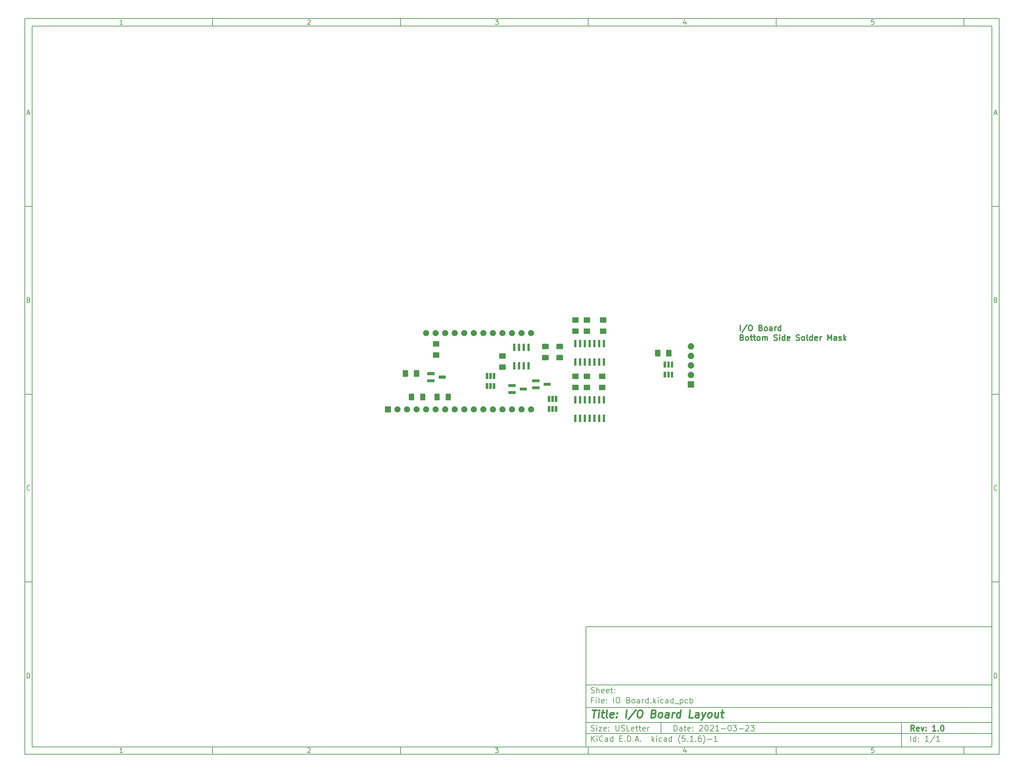
<source format=gbr>
G04 #@! TF.GenerationSoftware,KiCad,Pcbnew,(5.1.6)-1*
G04 #@! TF.CreationDate,2021-03-23T17:10:19-04:00*
G04 #@! TF.ProjectId,IO Board,494f2042-6f61-4726-942e-6b696361645f,1.0*
G04 #@! TF.SameCoordinates,Original*
G04 #@! TF.FileFunction,Soldermask,Bot*
G04 #@! TF.FilePolarity,Negative*
%FSLAX46Y46*%
G04 Gerber Fmt 4.6, Leading zero omitted, Abs format (unit mm)*
G04 Created by KiCad (PCBNEW (5.1.6)-1) date 2021-03-23 17:10:19*
%MOMM*%
%LPD*%
G01*
G04 APERTURE LIST*
%ADD10C,0.100000*%
%ADD11C,0.150000*%
%ADD12C,0.300000*%
%ADD13C,0.400000*%
G04 APERTURE END LIST*
D10*
D11*
X159400000Y-171900000D02*
X159400000Y-203900000D01*
X267400000Y-203900000D01*
X267400000Y-171900000D01*
X159400000Y-171900000D01*
D10*
D11*
X10000000Y-10000000D02*
X10000000Y-205900000D01*
X269400000Y-205900000D01*
X269400000Y-10000000D01*
X10000000Y-10000000D01*
D10*
D11*
X12000000Y-12000000D02*
X12000000Y-203900000D01*
X267400000Y-203900000D01*
X267400000Y-12000000D01*
X12000000Y-12000000D01*
D10*
D11*
X60000000Y-12000000D02*
X60000000Y-10000000D01*
D10*
D11*
X110000000Y-12000000D02*
X110000000Y-10000000D01*
D10*
D11*
X160000000Y-12000000D02*
X160000000Y-10000000D01*
D10*
D11*
X210000000Y-12000000D02*
X210000000Y-10000000D01*
D10*
D11*
X260000000Y-12000000D02*
X260000000Y-10000000D01*
D10*
D11*
X36065476Y-11588095D02*
X35322619Y-11588095D01*
X35694047Y-11588095D02*
X35694047Y-10288095D01*
X35570238Y-10473809D01*
X35446428Y-10597619D01*
X35322619Y-10659523D01*
D10*
D11*
X85322619Y-10411904D02*
X85384523Y-10350000D01*
X85508333Y-10288095D01*
X85817857Y-10288095D01*
X85941666Y-10350000D01*
X86003571Y-10411904D01*
X86065476Y-10535714D01*
X86065476Y-10659523D01*
X86003571Y-10845238D01*
X85260714Y-11588095D01*
X86065476Y-11588095D01*
D10*
D11*
X135260714Y-10288095D02*
X136065476Y-10288095D01*
X135632142Y-10783333D01*
X135817857Y-10783333D01*
X135941666Y-10845238D01*
X136003571Y-10907142D01*
X136065476Y-11030952D01*
X136065476Y-11340476D01*
X136003571Y-11464285D01*
X135941666Y-11526190D01*
X135817857Y-11588095D01*
X135446428Y-11588095D01*
X135322619Y-11526190D01*
X135260714Y-11464285D01*
D10*
D11*
X185941666Y-10721428D02*
X185941666Y-11588095D01*
X185632142Y-10226190D02*
X185322619Y-11154761D01*
X186127380Y-11154761D01*
D10*
D11*
X236003571Y-10288095D02*
X235384523Y-10288095D01*
X235322619Y-10907142D01*
X235384523Y-10845238D01*
X235508333Y-10783333D01*
X235817857Y-10783333D01*
X235941666Y-10845238D01*
X236003571Y-10907142D01*
X236065476Y-11030952D01*
X236065476Y-11340476D01*
X236003571Y-11464285D01*
X235941666Y-11526190D01*
X235817857Y-11588095D01*
X235508333Y-11588095D01*
X235384523Y-11526190D01*
X235322619Y-11464285D01*
D10*
D11*
X60000000Y-203900000D02*
X60000000Y-205900000D01*
D10*
D11*
X110000000Y-203900000D02*
X110000000Y-205900000D01*
D10*
D11*
X160000000Y-203900000D02*
X160000000Y-205900000D01*
D10*
D11*
X210000000Y-203900000D02*
X210000000Y-205900000D01*
D10*
D11*
X260000000Y-203900000D02*
X260000000Y-205900000D01*
D10*
D11*
X36065476Y-205488095D02*
X35322619Y-205488095D01*
X35694047Y-205488095D02*
X35694047Y-204188095D01*
X35570238Y-204373809D01*
X35446428Y-204497619D01*
X35322619Y-204559523D01*
D10*
D11*
X85322619Y-204311904D02*
X85384523Y-204250000D01*
X85508333Y-204188095D01*
X85817857Y-204188095D01*
X85941666Y-204250000D01*
X86003571Y-204311904D01*
X86065476Y-204435714D01*
X86065476Y-204559523D01*
X86003571Y-204745238D01*
X85260714Y-205488095D01*
X86065476Y-205488095D01*
D10*
D11*
X135260714Y-204188095D02*
X136065476Y-204188095D01*
X135632142Y-204683333D01*
X135817857Y-204683333D01*
X135941666Y-204745238D01*
X136003571Y-204807142D01*
X136065476Y-204930952D01*
X136065476Y-205240476D01*
X136003571Y-205364285D01*
X135941666Y-205426190D01*
X135817857Y-205488095D01*
X135446428Y-205488095D01*
X135322619Y-205426190D01*
X135260714Y-205364285D01*
D10*
D11*
X185941666Y-204621428D02*
X185941666Y-205488095D01*
X185632142Y-204126190D02*
X185322619Y-205054761D01*
X186127380Y-205054761D01*
D10*
D11*
X236003571Y-204188095D02*
X235384523Y-204188095D01*
X235322619Y-204807142D01*
X235384523Y-204745238D01*
X235508333Y-204683333D01*
X235817857Y-204683333D01*
X235941666Y-204745238D01*
X236003571Y-204807142D01*
X236065476Y-204930952D01*
X236065476Y-205240476D01*
X236003571Y-205364285D01*
X235941666Y-205426190D01*
X235817857Y-205488095D01*
X235508333Y-205488095D01*
X235384523Y-205426190D01*
X235322619Y-205364285D01*
D10*
D11*
X10000000Y-60000000D02*
X12000000Y-60000000D01*
D10*
D11*
X10000000Y-110000000D02*
X12000000Y-110000000D01*
D10*
D11*
X10000000Y-160000000D02*
X12000000Y-160000000D01*
D10*
D11*
X10690476Y-35216666D02*
X11309523Y-35216666D01*
X10566666Y-35588095D02*
X11000000Y-34288095D01*
X11433333Y-35588095D01*
D10*
D11*
X11092857Y-84907142D02*
X11278571Y-84969047D01*
X11340476Y-85030952D01*
X11402380Y-85154761D01*
X11402380Y-85340476D01*
X11340476Y-85464285D01*
X11278571Y-85526190D01*
X11154761Y-85588095D01*
X10659523Y-85588095D01*
X10659523Y-84288095D01*
X11092857Y-84288095D01*
X11216666Y-84350000D01*
X11278571Y-84411904D01*
X11340476Y-84535714D01*
X11340476Y-84659523D01*
X11278571Y-84783333D01*
X11216666Y-84845238D01*
X11092857Y-84907142D01*
X10659523Y-84907142D01*
D10*
D11*
X11402380Y-135464285D02*
X11340476Y-135526190D01*
X11154761Y-135588095D01*
X11030952Y-135588095D01*
X10845238Y-135526190D01*
X10721428Y-135402380D01*
X10659523Y-135278571D01*
X10597619Y-135030952D01*
X10597619Y-134845238D01*
X10659523Y-134597619D01*
X10721428Y-134473809D01*
X10845238Y-134350000D01*
X11030952Y-134288095D01*
X11154761Y-134288095D01*
X11340476Y-134350000D01*
X11402380Y-134411904D01*
D10*
D11*
X10659523Y-185588095D02*
X10659523Y-184288095D01*
X10969047Y-184288095D01*
X11154761Y-184350000D01*
X11278571Y-184473809D01*
X11340476Y-184597619D01*
X11402380Y-184845238D01*
X11402380Y-185030952D01*
X11340476Y-185278571D01*
X11278571Y-185402380D01*
X11154761Y-185526190D01*
X10969047Y-185588095D01*
X10659523Y-185588095D01*
D10*
D11*
X269400000Y-60000000D02*
X267400000Y-60000000D01*
D10*
D11*
X269400000Y-110000000D02*
X267400000Y-110000000D01*
D10*
D11*
X269400000Y-160000000D02*
X267400000Y-160000000D01*
D10*
D11*
X268090476Y-35216666D02*
X268709523Y-35216666D01*
X267966666Y-35588095D02*
X268400000Y-34288095D01*
X268833333Y-35588095D01*
D10*
D11*
X268492857Y-84907142D02*
X268678571Y-84969047D01*
X268740476Y-85030952D01*
X268802380Y-85154761D01*
X268802380Y-85340476D01*
X268740476Y-85464285D01*
X268678571Y-85526190D01*
X268554761Y-85588095D01*
X268059523Y-85588095D01*
X268059523Y-84288095D01*
X268492857Y-84288095D01*
X268616666Y-84350000D01*
X268678571Y-84411904D01*
X268740476Y-84535714D01*
X268740476Y-84659523D01*
X268678571Y-84783333D01*
X268616666Y-84845238D01*
X268492857Y-84907142D01*
X268059523Y-84907142D01*
D10*
D11*
X268802380Y-135464285D02*
X268740476Y-135526190D01*
X268554761Y-135588095D01*
X268430952Y-135588095D01*
X268245238Y-135526190D01*
X268121428Y-135402380D01*
X268059523Y-135278571D01*
X267997619Y-135030952D01*
X267997619Y-134845238D01*
X268059523Y-134597619D01*
X268121428Y-134473809D01*
X268245238Y-134350000D01*
X268430952Y-134288095D01*
X268554761Y-134288095D01*
X268740476Y-134350000D01*
X268802380Y-134411904D01*
D10*
D11*
X268059523Y-185588095D02*
X268059523Y-184288095D01*
X268369047Y-184288095D01*
X268554761Y-184350000D01*
X268678571Y-184473809D01*
X268740476Y-184597619D01*
X268802380Y-184845238D01*
X268802380Y-185030952D01*
X268740476Y-185278571D01*
X268678571Y-185402380D01*
X268554761Y-185526190D01*
X268369047Y-185588095D01*
X268059523Y-185588095D01*
D10*
D11*
X182832142Y-199678571D02*
X182832142Y-198178571D01*
X183189285Y-198178571D01*
X183403571Y-198250000D01*
X183546428Y-198392857D01*
X183617857Y-198535714D01*
X183689285Y-198821428D01*
X183689285Y-199035714D01*
X183617857Y-199321428D01*
X183546428Y-199464285D01*
X183403571Y-199607142D01*
X183189285Y-199678571D01*
X182832142Y-199678571D01*
X184975000Y-199678571D02*
X184975000Y-198892857D01*
X184903571Y-198750000D01*
X184760714Y-198678571D01*
X184475000Y-198678571D01*
X184332142Y-198750000D01*
X184975000Y-199607142D02*
X184832142Y-199678571D01*
X184475000Y-199678571D01*
X184332142Y-199607142D01*
X184260714Y-199464285D01*
X184260714Y-199321428D01*
X184332142Y-199178571D01*
X184475000Y-199107142D01*
X184832142Y-199107142D01*
X184975000Y-199035714D01*
X185475000Y-198678571D02*
X186046428Y-198678571D01*
X185689285Y-198178571D02*
X185689285Y-199464285D01*
X185760714Y-199607142D01*
X185903571Y-199678571D01*
X186046428Y-199678571D01*
X187117857Y-199607142D02*
X186975000Y-199678571D01*
X186689285Y-199678571D01*
X186546428Y-199607142D01*
X186475000Y-199464285D01*
X186475000Y-198892857D01*
X186546428Y-198750000D01*
X186689285Y-198678571D01*
X186975000Y-198678571D01*
X187117857Y-198750000D01*
X187189285Y-198892857D01*
X187189285Y-199035714D01*
X186475000Y-199178571D01*
X187832142Y-199535714D02*
X187903571Y-199607142D01*
X187832142Y-199678571D01*
X187760714Y-199607142D01*
X187832142Y-199535714D01*
X187832142Y-199678571D01*
X187832142Y-198750000D02*
X187903571Y-198821428D01*
X187832142Y-198892857D01*
X187760714Y-198821428D01*
X187832142Y-198750000D01*
X187832142Y-198892857D01*
X189617857Y-198321428D02*
X189689285Y-198250000D01*
X189832142Y-198178571D01*
X190189285Y-198178571D01*
X190332142Y-198250000D01*
X190403571Y-198321428D01*
X190475000Y-198464285D01*
X190475000Y-198607142D01*
X190403571Y-198821428D01*
X189546428Y-199678571D01*
X190475000Y-199678571D01*
X191403571Y-198178571D02*
X191546428Y-198178571D01*
X191689285Y-198250000D01*
X191760714Y-198321428D01*
X191832142Y-198464285D01*
X191903571Y-198750000D01*
X191903571Y-199107142D01*
X191832142Y-199392857D01*
X191760714Y-199535714D01*
X191689285Y-199607142D01*
X191546428Y-199678571D01*
X191403571Y-199678571D01*
X191260714Y-199607142D01*
X191189285Y-199535714D01*
X191117857Y-199392857D01*
X191046428Y-199107142D01*
X191046428Y-198750000D01*
X191117857Y-198464285D01*
X191189285Y-198321428D01*
X191260714Y-198250000D01*
X191403571Y-198178571D01*
X192475000Y-198321428D02*
X192546428Y-198250000D01*
X192689285Y-198178571D01*
X193046428Y-198178571D01*
X193189285Y-198250000D01*
X193260714Y-198321428D01*
X193332142Y-198464285D01*
X193332142Y-198607142D01*
X193260714Y-198821428D01*
X192403571Y-199678571D01*
X193332142Y-199678571D01*
X194760714Y-199678571D02*
X193903571Y-199678571D01*
X194332142Y-199678571D02*
X194332142Y-198178571D01*
X194189285Y-198392857D01*
X194046428Y-198535714D01*
X193903571Y-198607142D01*
X195403571Y-199107142D02*
X196546428Y-199107142D01*
X197546428Y-198178571D02*
X197689285Y-198178571D01*
X197832142Y-198250000D01*
X197903571Y-198321428D01*
X197975000Y-198464285D01*
X198046428Y-198750000D01*
X198046428Y-199107142D01*
X197975000Y-199392857D01*
X197903571Y-199535714D01*
X197832142Y-199607142D01*
X197689285Y-199678571D01*
X197546428Y-199678571D01*
X197403571Y-199607142D01*
X197332142Y-199535714D01*
X197260714Y-199392857D01*
X197189285Y-199107142D01*
X197189285Y-198750000D01*
X197260714Y-198464285D01*
X197332142Y-198321428D01*
X197403571Y-198250000D01*
X197546428Y-198178571D01*
X198546428Y-198178571D02*
X199475000Y-198178571D01*
X198975000Y-198750000D01*
X199189285Y-198750000D01*
X199332142Y-198821428D01*
X199403571Y-198892857D01*
X199475000Y-199035714D01*
X199475000Y-199392857D01*
X199403571Y-199535714D01*
X199332142Y-199607142D01*
X199189285Y-199678571D01*
X198760714Y-199678571D01*
X198617857Y-199607142D01*
X198546428Y-199535714D01*
X200117857Y-199107142D02*
X201260714Y-199107142D01*
X201903571Y-198321428D02*
X201975000Y-198250000D01*
X202117857Y-198178571D01*
X202475000Y-198178571D01*
X202617857Y-198250000D01*
X202689285Y-198321428D01*
X202760714Y-198464285D01*
X202760714Y-198607142D01*
X202689285Y-198821428D01*
X201832142Y-199678571D01*
X202760714Y-199678571D01*
X203260714Y-198178571D02*
X204189285Y-198178571D01*
X203689285Y-198750000D01*
X203903571Y-198750000D01*
X204046428Y-198821428D01*
X204117857Y-198892857D01*
X204189285Y-199035714D01*
X204189285Y-199392857D01*
X204117857Y-199535714D01*
X204046428Y-199607142D01*
X203903571Y-199678571D01*
X203475000Y-199678571D01*
X203332142Y-199607142D01*
X203260714Y-199535714D01*
D10*
D11*
X159400000Y-200400000D02*
X267400000Y-200400000D01*
D10*
D11*
X160832142Y-202478571D02*
X160832142Y-200978571D01*
X161689285Y-202478571D02*
X161046428Y-201621428D01*
X161689285Y-200978571D02*
X160832142Y-201835714D01*
X162332142Y-202478571D02*
X162332142Y-201478571D01*
X162332142Y-200978571D02*
X162260714Y-201050000D01*
X162332142Y-201121428D01*
X162403571Y-201050000D01*
X162332142Y-200978571D01*
X162332142Y-201121428D01*
X163903571Y-202335714D02*
X163832142Y-202407142D01*
X163617857Y-202478571D01*
X163475000Y-202478571D01*
X163260714Y-202407142D01*
X163117857Y-202264285D01*
X163046428Y-202121428D01*
X162975000Y-201835714D01*
X162975000Y-201621428D01*
X163046428Y-201335714D01*
X163117857Y-201192857D01*
X163260714Y-201050000D01*
X163475000Y-200978571D01*
X163617857Y-200978571D01*
X163832142Y-201050000D01*
X163903571Y-201121428D01*
X165189285Y-202478571D02*
X165189285Y-201692857D01*
X165117857Y-201550000D01*
X164975000Y-201478571D01*
X164689285Y-201478571D01*
X164546428Y-201550000D01*
X165189285Y-202407142D02*
X165046428Y-202478571D01*
X164689285Y-202478571D01*
X164546428Y-202407142D01*
X164475000Y-202264285D01*
X164475000Y-202121428D01*
X164546428Y-201978571D01*
X164689285Y-201907142D01*
X165046428Y-201907142D01*
X165189285Y-201835714D01*
X166546428Y-202478571D02*
X166546428Y-200978571D01*
X166546428Y-202407142D02*
X166403571Y-202478571D01*
X166117857Y-202478571D01*
X165975000Y-202407142D01*
X165903571Y-202335714D01*
X165832142Y-202192857D01*
X165832142Y-201764285D01*
X165903571Y-201621428D01*
X165975000Y-201550000D01*
X166117857Y-201478571D01*
X166403571Y-201478571D01*
X166546428Y-201550000D01*
X168403571Y-201692857D02*
X168903571Y-201692857D01*
X169117857Y-202478571D02*
X168403571Y-202478571D01*
X168403571Y-200978571D01*
X169117857Y-200978571D01*
X169760714Y-202335714D02*
X169832142Y-202407142D01*
X169760714Y-202478571D01*
X169689285Y-202407142D01*
X169760714Y-202335714D01*
X169760714Y-202478571D01*
X170475000Y-202478571D02*
X170475000Y-200978571D01*
X170832142Y-200978571D01*
X171046428Y-201050000D01*
X171189285Y-201192857D01*
X171260714Y-201335714D01*
X171332142Y-201621428D01*
X171332142Y-201835714D01*
X171260714Y-202121428D01*
X171189285Y-202264285D01*
X171046428Y-202407142D01*
X170832142Y-202478571D01*
X170475000Y-202478571D01*
X171975000Y-202335714D02*
X172046428Y-202407142D01*
X171975000Y-202478571D01*
X171903571Y-202407142D01*
X171975000Y-202335714D01*
X171975000Y-202478571D01*
X172617857Y-202050000D02*
X173332142Y-202050000D01*
X172475000Y-202478571D02*
X172975000Y-200978571D01*
X173475000Y-202478571D01*
X173975000Y-202335714D02*
X174046428Y-202407142D01*
X173975000Y-202478571D01*
X173903571Y-202407142D01*
X173975000Y-202335714D01*
X173975000Y-202478571D01*
X176975000Y-202478571D02*
X176975000Y-200978571D01*
X177117857Y-201907142D02*
X177546428Y-202478571D01*
X177546428Y-201478571D02*
X176975000Y-202050000D01*
X178189285Y-202478571D02*
X178189285Y-201478571D01*
X178189285Y-200978571D02*
X178117857Y-201050000D01*
X178189285Y-201121428D01*
X178260714Y-201050000D01*
X178189285Y-200978571D01*
X178189285Y-201121428D01*
X179546428Y-202407142D02*
X179403571Y-202478571D01*
X179117857Y-202478571D01*
X178975000Y-202407142D01*
X178903571Y-202335714D01*
X178832142Y-202192857D01*
X178832142Y-201764285D01*
X178903571Y-201621428D01*
X178975000Y-201550000D01*
X179117857Y-201478571D01*
X179403571Y-201478571D01*
X179546428Y-201550000D01*
X180832142Y-202478571D02*
X180832142Y-201692857D01*
X180760714Y-201550000D01*
X180617857Y-201478571D01*
X180332142Y-201478571D01*
X180189285Y-201550000D01*
X180832142Y-202407142D02*
X180689285Y-202478571D01*
X180332142Y-202478571D01*
X180189285Y-202407142D01*
X180117857Y-202264285D01*
X180117857Y-202121428D01*
X180189285Y-201978571D01*
X180332142Y-201907142D01*
X180689285Y-201907142D01*
X180832142Y-201835714D01*
X182189285Y-202478571D02*
X182189285Y-200978571D01*
X182189285Y-202407142D02*
X182046428Y-202478571D01*
X181760714Y-202478571D01*
X181617857Y-202407142D01*
X181546428Y-202335714D01*
X181475000Y-202192857D01*
X181475000Y-201764285D01*
X181546428Y-201621428D01*
X181617857Y-201550000D01*
X181760714Y-201478571D01*
X182046428Y-201478571D01*
X182189285Y-201550000D01*
X184475000Y-203050000D02*
X184403571Y-202978571D01*
X184260714Y-202764285D01*
X184189285Y-202621428D01*
X184117857Y-202407142D01*
X184046428Y-202050000D01*
X184046428Y-201764285D01*
X184117857Y-201407142D01*
X184189285Y-201192857D01*
X184260714Y-201050000D01*
X184403571Y-200835714D01*
X184475000Y-200764285D01*
X185760714Y-200978571D02*
X185046428Y-200978571D01*
X184975000Y-201692857D01*
X185046428Y-201621428D01*
X185189285Y-201550000D01*
X185546428Y-201550000D01*
X185689285Y-201621428D01*
X185760714Y-201692857D01*
X185832142Y-201835714D01*
X185832142Y-202192857D01*
X185760714Y-202335714D01*
X185689285Y-202407142D01*
X185546428Y-202478571D01*
X185189285Y-202478571D01*
X185046428Y-202407142D01*
X184975000Y-202335714D01*
X186475000Y-202335714D02*
X186546428Y-202407142D01*
X186475000Y-202478571D01*
X186403571Y-202407142D01*
X186475000Y-202335714D01*
X186475000Y-202478571D01*
X187975000Y-202478571D02*
X187117857Y-202478571D01*
X187546428Y-202478571D02*
X187546428Y-200978571D01*
X187403571Y-201192857D01*
X187260714Y-201335714D01*
X187117857Y-201407142D01*
X188617857Y-202335714D02*
X188689285Y-202407142D01*
X188617857Y-202478571D01*
X188546428Y-202407142D01*
X188617857Y-202335714D01*
X188617857Y-202478571D01*
X189975000Y-200978571D02*
X189689285Y-200978571D01*
X189546428Y-201050000D01*
X189475000Y-201121428D01*
X189332142Y-201335714D01*
X189260714Y-201621428D01*
X189260714Y-202192857D01*
X189332142Y-202335714D01*
X189403571Y-202407142D01*
X189546428Y-202478571D01*
X189832142Y-202478571D01*
X189975000Y-202407142D01*
X190046428Y-202335714D01*
X190117857Y-202192857D01*
X190117857Y-201835714D01*
X190046428Y-201692857D01*
X189975000Y-201621428D01*
X189832142Y-201550000D01*
X189546428Y-201550000D01*
X189403571Y-201621428D01*
X189332142Y-201692857D01*
X189260714Y-201835714D01*
X190617857Y-203050000D02*
X190689285Y-202978571D01*
X190832142Y-202764285D01*
X190903571Y-202621428D01*
X190975000Y-202407142D01*
X191046428Y-202050000D01*
X191046428Y-201764285D01*
X190975000Y-201407142D01*
X190903571Y-201192857D01*
X190832142Y-201050000D01*
X190689285Y-200835714D01*
X190617857Y-200764285D01*
X191760714Y-201907142D02*
X192903571Y-201907142D01*
X194403571Y-202478571D02*
X193546428Y-202478571D01*
X193975000Y-202478571D02*
X193975000Y-200978571D01*
X193832142Y-201192857D01*
X193689285Y-201335714D01*
X193546428Y-201407142D01*
D10*
D11*
X159400000Y-197400000D02*
X267400000Y-197400000D01*
D10*
D12*
X246809285Y-199678571D02*
X246309285Y-198964285D01*
X245952142Y-199678571D02*
X245952142Y-198178571D01*
X246523571Y-198178571D01*
X246666428Y-198250000D01*
X246737857Y-198321428D01*
X246809285Y-198464285D01*
X246809285Y-198678571D01*
X246737857Y-198821428D01*
X246666428Y-198892857D01*
X246523571Y-198964285D01*
X245952142Y-198964285D01*
X248023571Y-199607142D02*
X247880714Y-199678571D01*
X247595000Y-199678571D01*
X247452142Y-199607142D01*
X247380714Y-199464285D01*
X247380714Y-198892857D01*
X247452142Y-198750000D01*
X247595000Y-198678571D01*
X247880714Y-198678571D01*
X248023571Y-198750000D01*
X248095000Y-198892857D01*
X248095000Y-199035714D01*
X247380714Y-199178571D01*
X248595000Y-198678571D02*
X248952142Y-199678571D01*
X249309285Y-198678571D01*
X249880714Y-199535714D02*
X249952142Y-199607142D01*
X249880714Y-199678571D01*
X249809285Y-199607142D01*
X249880714Y-199535714D01*
X249880714Y-199678571D01*
X249880714Y-198750000D02*
X249952142Y-198821428D01*
X249880714Y-198892857D01*
X249809285Y-198821428D01*
X249880714Y-198750000D01*
X249880714Y-198892857D01*
X252523571Y-199678571D02*
X251666428Y-199678571D01*
X252095000Y-199678571D02*
X252095000Y-198178571D01*
X251952142Y-198392857D01*
X251809285Y-198535714D01*
X251666428Y-198607142D01*
X253166428Y-199535714D02*
X253237857Y-199607142D01*
X253166428Y-199678571D01*
X253095000Y-199607142D01*
X253166428Y-199535714D01*
X253166428Y-199678571D01*
X254166428Y-198178571D02*
X254309285Y-198178571D01*
X254452142Y-198250000D01*
X254523571Y-198321428D01*
X254595000Y-198464285D01*
X254666428Y-198750000D01*
X254666428Y-199107142D01*
X254595000Y-199392857D01*
X254523571Y-199535714D01*
X254452142Y-199607142D01*
X254309285Y-199678571D01*
X254166428Y-199678571D01*
X254023571Y-199607142D01*
X253952142Y-199535714D01*
X253880714Y-199392857D01*
X253809285Y-199107142D01*
X253809285Y-198750000D01*
X253880714Y-198464285D01*
X253952142Y-198321428D01*
X254023571Y-198250000D01*
X254166428Y-198178571D01*
D10*
D11*
X160760714Y-199607142D02*
X160975000Y-199678571D01*
X161332142Y-199678571D01*
X161475000Y-199607142D01*
X161546428Y-199535714D01*
X161617857Y-199392857D01*
X161617857Y-199250000D01*
X161546428Y-199107142D01*
X161475000Y-199035714D01*
X161332142Y-198964285D01*
X161046428Y-198892857D01*
X160903571Y-198821428D01*
X160832142Y-198750000D01*
X160760714Y-198607142D01*
X160760714Y-198464285D01*
X160832142Y-198321428D01*
X160903571Y-198250000D01*
X161046428Y-198178571D01*
X161403571Y-198178571D01*
X161617857Y-198250000D01*
X162260714Y-199678571D02*
X162260714Y-198678571D01*
X162260714Y-198178571D02*
X162189285Y-198250000D01*
X162260714Y-198321428D01*
X162332142Y-198250000D01*
X162260714Y-198178571D01*
X162260714Y-198321428D01*
X162832142Y-198678571D02*
X163617857Y-198678571D01*
X162832142Y-199678571D01*
X163617857Y-199678571D01*
X164760714Y-199607142D02*
X164617857Y-199678571D01*
X164332142Y-199678571D01*
X164189285Y-199607142D01*
X164117857Y-199464285D01*
X164117857Y-198892857D01*
X164189285Y-198750000D01*
X164332142Y-198678571D01*
X164617857Y-198678571D01*
X164760714Y-198750000D01*
X164832142Y-198892857D01*
X164832142Y-199035714D01*
X164117857Y-199178571D01*
X165475000Y-199535714D02*
X165546428Y-199607142D01*
X165475000Y-199678571D01*
X165403571Y-199607142D01*
X165475000Y-199535714D01*
X165475000Y-199678571D01*
X165475000Y-198750000D02*
X165546428Y-198821428D01*
X165475000Y-198892857D01*
X165403571Y-198821428D01*
X165475000Y-198750000D01*
X165475000Y-198892857D01*
X167332142Y-198178571D02*
X167332142Y-199392857D01*
X167403571Y-199535714D01*
X167475000Y-199607142D01*
X167617857Y-199678571D01*
X167903571Y-199678571D01*
X168046428Y-199607142D01*
X168117857Y-199535714D01*
X168189285Y-199392857D01*
X168189285Y-198178571D01*
X168832142Y-199607142D02*
X169046428Y-199678571D01*
X169403571Y-199678571D01*
X169546428Y-199607142D01*
X169617857Y-199535714D01*
X169689285Y-199392857D01*
X169689285Y-199250000D01*
X169617857Y-199107142D01*
X169546428Y-199035714D01*
X169403571Y-198964285D01*
X169117857Y-198892857D01*
X168975000Y-198821428D01*
X168903571Y-198750000D01*
X168832142Y-198607142D01*
X168832142Y-198464285D01*
X168903571Y-198321428D01*
X168975000Y-198250000D01*
X169117857Y-198178571D01*
X169475000Y-198178571D01*
X169689285Y-198250000D01*
X171046428Y-199678571D02*
X170332142Y-199678571D01*
X170332142Y-198178571D01*
X172117857Y-199607142D02*
X171975000Y-199678571D01*
X171689285Y-199678571D01*
X171546428Y-199607142D01*
X171475000Y-199464285D01*
X171475000Y-198892857D01*
X171546428Y-198750000D01*
X171689285Y-198678571D01*
X171975000Y-198678571D01*
X172117857Y-198750000D01*
X172189285Y-198892857D01*
X172189285Y-199035714D01*
X171475000Y-199178571D01*
X172617857Y-198678571D02*
X173189285Y-198678571D01*
X172832142Y-198178571D02*
X172832142Y-199464285D01*
X172903571Y-199607142D01*
X173046428Y-199678571D01*
X173189285Y-199678571D01*
X173475000Y-198678571D02*
X174046428Y-198678571D01*
X173689285Y-198178571D02*
X173689285Y-199464285D01*
X173760714Y-199607142D01*
X173903571Y-199678571D01*
X174046428Y-199678571D01*
X175117857Y-199607142D02*
X174975000Y-199678571D01*
X174689285Y-199678571D01*
X174546428Y-199607142D01*
X174475000Y-199464285D01*
X174475000Y-198892857D01*
X174546428Y-198750000D01*
X174689285Y-198678571D01*
X174975000Y-198678571D01*
X175117857Y-198750000D01*
X175189285Y-198892857D01*
X175189285Y-199035714D01*
X174475000Y-199178571D01*
X175832142Y-199678571D02*
X175832142Y-198678571D01*
X175832142Y-198964285D02*
X175903571Y-198821428D01*
X175975000Y-198750000D01*
X176117857Y-198678571D01*
X176260714Y-198678571D01*
D10*
D11*
X245832142Y-202478571D02*
X245832142Y-200978571D01*
X247189285Y-202478571D02*
X247189285Y-200978571D01*
X247189285Y-202407142D02*
X247046428Y-202478571D01*
X246760714Y-202478571D01*
X246617857Y-202407142D01*
X246546428Y-202335714D01*
X246475000Y-202192857D01*
X246475000Y-201764285D01*
X246546428Y-201621428D01*
X246617857Y-201550000D01*
X246760714Y-201478571D01*
X247046428Y-201478571D01*
X247189285Y-201550000D01*
X247903571Y-202335714D02*
X247975000Y-202407142D01*
X247903571Y-202478571D01*
X247832142Y-202407142D01*
X247903571Y-202335714D01*
X247903571Y-202478571D01*
X247903571Y-201550000D02*
X247975000Y-201621428D01*
X247903571Y-201692857D01*
X247832142Y-201621428D01*
X247903571Y-201550000D01*
X247903571Y-201692857D01*
X250546428Y-202478571D02*
X249689285Y-202478571D01*
X250117857Y-202478571D02*
X250117857Y-200978571D01*
X249975000Y-201192857D01*
X249832142Y-201335714D01*
X249689285Y-201407142D01*
X252260714Y-200907142D02*
X250975000Y-202835714D01*
X253546428Y-202478571D02*
X252689285Y-202478571D01*
X253117857Y-202478571D02*
X253117857Y-200978571D01*
X252975000Y-201192857D01*
X252832142Y-201335714D01*
X252689285Y-201407142D01*
D10*
D11*
X159400000Y-193400000D02*
X267400000Y-193400000D01*
D10*
D13*
X161112380Y-194104761D02*
X162255238Y-194104761D01*
X161433809Y-196104761D02*
X161683809Y-194104761D01*
X162671904Y-196104761D02*
X162838571Y-194771428D01*
X162921904Y-194104761D02*
X162814761Y-194200000D01*
X162898095Y-194295238D01*
X163005238Y-194200000D01*
X162921904Y-194104761D01*
X162898095Y-194295238D01*
X163505238Y-194771428D02*
X164267142Y-194771428D01*
X163874285Y-194104761D02*
X163660000Y-195819047D01*
X163731428Y-196009523D01*
X163910000Y-196104761D01*
X164100476Y-196104761D01*
X165052857Y-196104761D02*
X164874285Y-196009523D01*
X164802857Y-195819047D01*
X165017142Y-194104761D01*
X166588571Y-196009523D02*
X166386190Y-196104761D01*
X166005238Y-196104761D01*
X165826666Y-196009523D01*
X165755238Y-195819047D01*
X165850476Y-195057142D01*
X165969523Y-194866666D01*
X166171904Y-194771428D01*
X166552857Y-194771428D01*
X166731428Y-194866666D01*
X166802857Y-195057142D01*
X166779047Y-195247619D01*
X165802857Y-195438095D01*
X167552857Y-195914285D02*
X167636190Y-196009523D01*
X167529047Y-196104761D01*
X167445714Y-196009523D01*
X167552857Y-195914285D01*
X167529047Y-196104761D01*
X167683809Y-194866666D02*
X167767142Y-194961904D01*
X167660000Y-195057142D01*
X167576666Y-194961904D01*
X167683809Y-194866666D01*
X167660000Y-195057142D01*
X170005238Y-196104761D02*
X170255238Y-194104761D01*
X172648095Y-194009523D02*
X170612380Y-196580952D01*
X173683809Y-194104761D02*
X174064761Y-194104761D01*
X174243333Y-194200000D01*
X174410000Y-194390476D01*
X174457619Y-194771428D01*
X174374285Y-195438095D01*
X174231428Y-195819047D01*
X174017142Y-196009523D01*
X173814761Y-196104761D01*
X173433809Y-196104761D01*
X173255238Y-196009523D01*
X173088571Y-195819047D01*
X173040952Y-195438095D01*
X173124285Y-194771428D01*
X173267142Y-194390476D01*
X173481428Y-194200000D01*
X173683809Y-194104761D01*
X177469523Y-195057142D02*
X177743333Y-195152380D01*
X177826666Y-195247619D01*
X177898095Y-195438095D01*
X177862380Y-195723809D01*
X177743333Y-195914285D01*
X177636190Y-196009523D01*
X177433809Y-196104761D01*
X176671904Y-196104761D01*
X176921904Y-194104761D01*
X177588571Y-194104761D01*
X177767142Y-194200000D01*
X177850476Y-194295238D01*
X177921904Y-194485714D01*
X177898095Y-194676190D01*
X177779047Y-194866666D01*
X177671904Y-194961904D01*
X177469523Y-195057142D01*
X176802857Y-195057142D01*
X178957619Y-196104761D02*
X178779047Y-196009523D01*
X178695714Y-195914285D01*
X178624285Y-195723809D01*
X178695714Y-195152380D01*
X178814761Y-194961904D01*
X178921904Y-194866666D01*
X179124285Y-194771428D01*
X179410000Y-194771428D01*
X179588571Y-194866666D01*
X179671904Y-194961904D01*
X179743333Y-195152380D01*
X179671904Y-195723809D01*
X179552857Y-195914285D01*
X179445714Y-196009523D01*
X179243333Y-196104761D01*
X178957619Y-196104761D01*
X181338571Y-196104761D02*
X181469523Y-195057142D01*
X181398095Y-194866666D01*
X181219523Y-194771428D01*
X180838571Y-194771428D01*
X180636190Y-194866666D01*
X181350476Y-196009523D02*
X181148095Y-196104761D01*
X180671904Y-196104761D01*
X180493333Y-196009523D01*
X180421904Y-195819047D01*
X180445714Y-195628571D01*
X180564761Y-195438095D01*
X180767142Y-195342857D01*
X181243333Y-195342857D01*
X181445714Y-195247619D01*
X182290952Y-196104761D02*
X182457619Y-194771428D01*
X182410000Y-195152380D02*
X182529047Y-194961904D01*
X182636190Y-194866666D01*
X182838571Y-194771428D01*
X183029047Y-194771428D01*
X184386190Y-196104761D02*
X184636190Y-194104761D01*
X184398095Y-196009523D02*
X184195714Y-196104761D01*
X183814761Y-196104761D01*
X183636190Y-196009523D01*
X183552857Y-195914285D01*
X183481428Y-195723809D01*
X183552857Y-195152380D01*
X183671904Y-194961904D01*
X183779047Y-194866666D01*
X183981428Y-194771428D01*
X184362380Y-194771428D01*
X184540952Y-194866666D01*
X187814761Y-196104761D02*
X186862380Y-196104761D01*
X187112380Y-194104761D01*
X189338571Y-196104761D02*
X189469523Y-195057142D01*
X189398095Y-194866666D01*
X189219523Y-194771428D01*
X188838571Y-194771428D01*
X188636190Y-194866666D01*
X189350476Y-196009523D02*
X189148095Y-196104761D01*
X188671904Y-196104761D01*
X188493333Y-196009523D01*
X188421904Y-195819047D01*
X188445714Y-195628571D01*
X188564761Y-195438095D01*
X188767142Y-195342857D01*
X189243333Y-195342857D01*
X189445714Y-195247619D01*
X190267142Y-194771428D02*
X190576666Y-196104761D01*
X191219523Y-194771428D02*
X190576666Y-196104761D01*
X190326666Y-196580952D01*
X190219523Y-196676190D01*
X190017142Y-196771428D01*
X192100476Y-196104761D02*
X191921904Y-196009523D01*
X191838571Y-195914285D01*
X191767142Y-195723809D01*
X191838571Y-195152380D01*
X191957619Y-194961904D01*
X192064761Y-194866666D01*
X192267142Y-194771428D01*
X192552857Y-194771428D01*
X192731428Y-194866666D01*
X192814761Y-194961904D01*
X192886190Y-195152380D01*
X192814761Y-195723809D01*
X192695714Y-195914285D01*
X192588571Y-196009523D01*
X192386190Y-196104761D01*
X192100476Y-196104761D01*
X194648095Y-194771428D02*
X194481428Y-196104761D01*
X193790952Y-194771428D02*
X193660000Y-195819047D01*
X193731428Y-196009523D01*
X193910000Y-196104761D01*
X194195714Y-196104761D01*
X194398095Y-196009523D01*
X194505238Y-195914285D01*
X195314761Y-194771428D02*
X196076666Y-194771428D01*
X195683809Y-194104761D02*
X195469523Y-195819047D01*
X195540952Y-196009523D01*
X195719523Y-196104761D01*
X195910000Y-196104761D01*
D10*
D11*
X161332142Y-191492857D02*
X160832142Y-191492857D01*
X160832142Y-192278571D02*
X160832142Y-190778571D01*
X161546428Y-190778571D01*
X162117857Y-192278571D02*
X162117857Y-191278571D01*
X162117857Y-190778571D02*
X162046428Y-190850000D01*
X162117857Y-190921428D01*
X162189285Y-190850000D01*
X162117857Y-190778571D01*
X162117857Y-190921428D01*
X163046428Y-192278571D02*
X162903571Y-192207142D01*
X162832142Y-192064285D01*
X162832142Y-190778571D01*
X164189285Y-192207142D02*
X164046428Y-192278571D01*
X163760714Y-192278571D01*
X163617857Y-192207142D01*
X163546428Y-192064285D01*
X163546428Y-191492857D01*
X163617857Y-191350000D01*
X163760714Y-191278571D01*
X164046428Y-191278571D01*
X164189285Y-191350000D01*
X164260714Y-191492857D01*
X164260714Y-191635714D01*
X163546428Y-191778571D01*
X164903571Y-192135714D02*
X164975000Y-192207142D01*
X164903571Y-192278571D01*
X164832142Y-192207142D01*
X164903571Y-192135714D01*
X164903571Y-192278571D01*
X164903571Y-191350000D02*
X164975000Y-191421428D01*
X164903571Y-191492857D01*
X164832142Y-191421428D01*
X164903571Y-191350000D01*
X164903571Y-191492857D01*
X166760714Y-192278571D02*
X166760714Y-190778571D01*
X167760714Y-190778571D02*
X168046428Y-190778571D01*
X168189285Y-190850000D01*
X168332142Y-190992857D01*
X168403571Y-191278571D01*
X168403571Y-191778571D01*
X168332142Y-192064285D01*
X168189285Y-192207142D01*
X168046428Y-192278571D01*
X167760714Y-192278571D01*
X167617857Y-192207142D01*
X167475000Y-192064285D01*
X167403571Y-191778571D01*
X167403571Y-191278571D01*
X167475000Y-190992857D01*
X167617857Y-190850000D01*
X167760714Y-190778571D01*
X170689285Y-191492857D02*
X170903571Y-191564285D01*
X170975000Y-191635714D01*
X171046428Y-191778571D01*
X171046428Y-191992857D01*
X170975000Y-192135714D01*
X170903571Y-192207142D01*
X170760714Y-192278571D01*
X170189285Y-192278571D01*
X170189285Y-190778571D01*
X170689285Y-190778571D01*
X170832142Y-190850000D01*
X170903571Y-190921428D01*
X170975000Y-191064285D01*
X170975000Y-191207142D01*
X170903571Y-191350000D01*
X170832142Y-191421428D01*
X170689285Y-191492857D01*
X170189285Y-191492857D01*
X171903571Y-192278571D02*
X171760714Y-192207142D01*
X171689285Y-192135714D01*
X171617857Y-191992857D01*
X171617857Y-191564285D01*
X171689285Y-191421428D01*
X171760714Y-191350000D01*
X171903571Y-191278571D01*
X172117857Y-191278571D01*
X172260714Y-191350000D01*
X172332142Y-191421428D01*
X172403571Y-191564285D01*
X172403571Y-191992857D01*
X172332142Y-192135714D01*
X172260714Y-192207142D01*
X172117857Y-192278571D01*
X171903571Y-192278571D01*
X173689285Y-192278571D02*
X173689285Y-191492857D01*
X173617857Y-191350000D01*
X173475000Y-191278571D01*
X173189285Y-191278571D01*
X173046428Y-191350000D01*
X173689285Y-192207142D02*
X173546428Y-192278571D01*
X173189285Y-192278571D01*
X173046428Y-192207142D01*
X172975000Y-192064285D01*
X172975000Y-191921428D01*
X173046428Y-191778571D01*
X173189285Y-191707142D01*
X173546428Y-191707142D01*
X173689285Y-191635714D01*
X174403571Y-192278571D02*
X174403571Y-191278571D01*
X174403571Y-191564285D02*
X174475000Y-191421428D01*
X174546428Y-191350000D01*
X174689285Y-191278571D01*
X174832142Y-191278571D01*
X175975000Y-192278571D02*
X175975000Y-190778571D01*
X175975000Y-192207142D02*
X175832142Y-192278571D01*
X175546428Y-192278571D01*
X175403571Y-192207142D01*
X175332142Y-192135714D01*
X175260714Y-191992857D01*
X175260714Y-191564285D01*
X175332142Y-191421428D01*
X175403571Y-191350000D01*
X175546428Y-191278571D01*
X175832142Y-191278571D01*
X175975000Y-191350000D01*
X176689285Y-192135714D02*
X176760714Y-192207142D01*
X176689285Y-192278571D01*
X176617857Y-192207142D01*
X176689285Y-192135714D01*
X176689285Y-192278571D01*
X177403571Y-192278571D02*
X177403571Y-190778571D01*
X177546428Y-191707142D02*
X177975000Y-192278571D01*
X177975000Y-191278571D02*
X177403571Y-191850000D01*
X178617857Y-192278571D02*
X178617857Y-191278571D01*
X178617857Y-190778571D02*
X178546428Y-190850000D01*
X178617857Y-190921428D01*
X178689285Y-190850000D01*
X178617857Y-190778571D01*
X178617857Y-190921428D01*
X179975000Y-192207142D02*
X179832142Y-192278571D01*
X179546428Y-192278571D01*
X179403571Y-192207142D01*
X179332142Y-192135714D01*
X179260714Y-191992857D01*
X179260714Y-191564285D01*
X179332142Y-191421428D01*
X179403571Y-191350000D01*
X179546428Y-191278571D01*
X179832142Y-191278571D01*
X179975000Y-191350000D01*
X181260714Y-192278571D02*
X181260714Y-191492857D01*
X181189285Y-191350000D01*
X181046428Y-191278571D01*
X180760714Y-191278571D01*
X180617857Y-191350000D01*
X181260714Y-192207142D02*
X181117857Y-192278571D01*
X180760714Y-192278571D01*
X180617857Y-192207142D01*
X180546428Y-192064285D01*
X180546428Y-191921428D01*
X180617857Y-191778571D01*
X180760714Y-191707142D01*
X181117857Y-191707142D01*
X181260714Y-191635714D01*
X182617857Y-192278571D02*
X182617857Y-190778571D01*
X182617857Y-192207142D02*
X182475000Y-192278571D01*
X182189285Y-192278571D01*
X182046428Y-192207142D01*
X181975000Y-192135714D01*
X181903571Y-191992857D01*
X181903571Y-191564285D01*
X181975000Y-191421428D01*
X182046428Y-191350000D01*
X182189285Y-191278571D01*
X182475000Y-191278571D01*
X182617857Y-191350000D01*
X182975000Y-192421428D02*
X184117857Y-192421428D01*
X184475000Y-191278571D02*
X184475000Y-192778571D01*
X184475000Y-191350000D02*
X184617857Y-191278571D01*
X184903571Y-191278571D01*
X185046428Y-191350000D01*
X185117857Y-191421428D01*
X185189285Y-191564285D01*
X185189285Y-191992857D01*
X185117857Y-192135714D01*
X185046428Y-192207142D01*
X184903571Y-192278571D01*
X184617857Y-192278571D01*
X184475000Y-192207142D01*
X186475000Y-192207142D02*
X186332142Y-192278571D01*
X186046428Y-192278571D01*
X185903571Y-192207142D01*
X185832142Y-192135714D01*
X185760714Y-191992857D01*
X185760714Y-191564285D01*
X185832142Y-191421428D01*
X185903571Y-191350000D01*
X186046428Y-191278571D01*
X186332142Y-191278571D01*
X186475000Y-191350000D01*
X187117857Y-192278571D02*
X187117857Y-190778571D01*
X187117857Y-191350000D02*
X187260714Y-191278571D01*
X187546428Y-191278571D01*
X187689285Y-191350000D01*
X187760714Y-191421428D01*
X187832142Y-191564285D01*
X187832142Y-191992857D01*
X187760714Y-192135714D01*
X187689285Y-192207142D01*
X187546428Y-192278571D01*
X187260714Y-192278571D01*
X187117857Y-192207142D01*
D10*
D11*
X159400000Y-187400000D02*
X267400000Y-187400000D01*
D10*
D11*
X160760714Y-189507142D02*
X160975000Y-189578571D01*
X161332142Y-189578571D01*
X161475000Y-189507142D01*
X161546428Y-189435714D01*
X161617857Y-189292857D01*
X161617857Y-189150000D01*
X161546428Y-189007142D01*
X161475000Y-188935714D01*
X161332142Y-188864285D01*
X161046428Y-188792857D01*
X160903571Y-188721428D01*
X160832142Y-188650000D01*
X160760714Y-188507142D01*
X160760714Y-188364285D01*
X160832142Y-188221428D01*
X160903571Y-188150000D01*
X161046428Y-188078571D01*
X161403571Y-188078571D01*
X161617857Y-188150000D01*
X162260714Y-189578571D02*
X162260714Y-188078571D01*
X162903571Y-189578571D02*
X162903571Y-188792857D01*
X162832142Y-188650000D01*
X162689285Y-188578571D01*
X162475000Y-188578571D01*
X162332142Y-188650000D01*
X162260714Y-188721428D01*
X164189285Y-189507142D02*
X164046428Y-189578571D01*
X163760714Y-189578571D01*
X163617857Y-189507142D01*
X163546428Y-189364285D01*
X163546428Y-188792857D01*
X163617857Y-188650000D01*
X163760714Y-188578571D01*
X164046428Y-188578571D01*
X164189285Y-188650000D01*
X164260714Y-188792857D01*
X164260714Y-188935714D01*
X163546428Y-189078571D01*
X165475000Y-189507142D02*
X165332142Y-189578571D01*
X165046428Y-189578571D01*
X164903571Y-189507142D01*
X164832142Y-189364285D01*
X164832142Y-188792857D01*
X164903571Y-188650000D01*
X165046428Y-188578571D01*
X165332142Y-188578571D01*
X165475000Y-188650000D01*
X165546428Y-188792857D01*
X165546428Y-188935714D01*
X164832142Y-189078571D01*
X165975000Y-188578571D02*
X166546428Y-188578571D01*
X166189285Y-188078571D02*
X166189285Y-189364285D01*
X166260714Y-189507142D01*
X166403571Y-189578571D01*
X166546428Y-189578571D01*
X167046428Y-189435714D02*
X167117857Y-189507142D01*
X167046428Y-189578571D01*
X166975000Y-189507142D01*
X167046428Y-189435714D01*
X167046428Y-189578571D01*
X167046428Y-188650000D02*
X167117857Y-188721428D01*
X167046428Y-188792857D01*
X166975000Y-188721428D01*
X167046428Y-188650000D01*
X167046428Y-188792857D01*
D10*
D11*
X179400000Y-197400000D02*
X179400000Y-200400000D01*
D10*
D11*
X243400000Y-197400000D02*
X243400000Y-203900000D01*
D12*
X200450142Y-93129571D02*
X200450142Y-91629571D01*
X202235857Y-91558142D02*
X200950142Y-93486714D01*
X203021571Y-91629571D02*
X203307285Y-91629571D01*
X203450142Y-91701000D01*
X203593000Y-91843857D01*
X203664428Y-92129571D01*
X203664428Y-92629571D01*
X203593000Y-92915285D01*
X203450142Y-93058142D01*
X203307285Y-93129571D01*
X203021571Y-93129571D01*
X202878714Y-93058142D01*
X202735857Y-92915285D01*
X202664428Y-92629571D01*
X202664428Y-92129571D01*
X202735857Y-91843857D01*
X202878714Y-91701000D01*
X203021571Y-91629571D01*
X205950142Y-92343857D02*
X206164428Y-92415285D01*
X206235857Y-92486714D01*
X206307285Y-92629571D01*
X206307285Y-92843857D01*
X206235857Y-92986714D01*
X206164428Y-93058142D01*
X206021571Y-93129571D01*
X205450142Y-93129571D01*
X205450142Y-91629571D01*
X205950142Y-91629571D01*
X206093000Y-91701000D01*
X206164428Y-91772428D01*
X206235857Y-91915285D01*
X206235857Y-92058142D01*
X206164428Y-92201000D01*
X206093000Y-92272428D01*
X205950142Y-92343857D01*
X205450142Y-92343857D01*
X207164428Y-93129571D02*
X207021571Y-93058142D01*
X206950142Y-92986714D01*
X206878714Y-92843857D01*
X206878714Y-92415285D01*
X206950142Y-92272428D01*
X207021571Y-92201000D01*
X207164428Y-92129571D01*
X207378714Y-92129571D01*
X207521571Y-92201000D01*
X207593000Y-92272428D01*
X207664428Y-92415285D01*
X207664428Y-92843857D01*
X207593000Y-92986714D01*
X207521571Y-93058142D01*
X207378714Y-93129571D01*
X207164428Y-93129571D01*
X208950142Y-93129571D02*
X208950142Y-92343857D01*
X208878714Y-92201000D01*
X208735857Y-92129571D01*
X208450142Y-92129571D01*
X208307285Y-92201000D01*
X208950142Y-93058142D02*
X208807285Y-93129571D01*
X208450142Y-93129571D01*
X208307285Y-93058142D01*
X208235857Y-92915285D01*
X208235857Y-92772428D01*
X208307285Y-92629571D01*
X208450142Y-92558142D01*
X208807285Y-92558142D01*
X208950142Y-92486714D01*
X209664428Y-93129571D02*
X209664428Y-92129571D01*
X209664428Y-92415285D02*
X209735857Y-92272428D01*
X209807285Y-92201000D01*
X209950142Y-92129571D01*
X210093000Y-92129571D01*
X211235857Y-93129571D02*
X211235857Y-91629571D01*
X211235857Y-93058142D02*
X211093000Y-93129571D01*
X210807285Y-93129571D01*
X210664428Y-93058142D01*
X210593000Y-92986714D01*
X210521571Y-92843857D01*
X210521571Y-92415285D01*
X210593000Y-92272428D01*
X210664428Y-92201000D01*
X210807285Y-92129571D01*
X211093000Y-92129571D01*
X211235857Y-92201000D01*
X200950142Y-94893857D02*
X201164428Y-94965285D01*
X201235857Y-95036714D01*
X201307285Y-95179571D01*
X201307285Y-95393857D01*
X201235857Y-95536714D01*
X201164428Y-95608142D01*
X201021571Y-95679571D01*
X200450142Y-95679571D01*
X200450142Y-94179571D01*
X200950142Y-94179571D01*
X201093000Y-94251000D01*
X201164428Y-94322428D01*
X201235857Y-94465285D01*
X201235857Y-94608142D01*
X201164428Y-94751000D01*
X201093000Y-94822428D01*
X200950142Y-94893857D01*
X200450142Y-94893857D01*
X202164428Y-95679571D02*
X202021571Y-95608142D01*
X201950142Y-95536714D01*
X201878714Y-95393857D01*
X201878714Y-94965285D01*
X201950142Y-94822428D01*
X202021571Y-94751000D01*
X202164428Y-94679571D01*
X202378714Y-94679571D01*
X202521571Y-94751000D01*
X202593000Y-94822428D01*
X202664428Y-94965285D01*
X202664428Y-95393857D01*
X202593000Y-95536714D01*
X202521571Y-95608142D01*
X202378714Y-95679571D01*
X202164428Y-95679571D01*
X203093000Y-94679571D02*
X203664428Y-94679571D01*
X203307285Y-94179571D02*
X203307285Y-95465285D01*
X203378714Y-95608142D01*
X203521571Y-95679571D01*
X203664428Y-95679571D01*
X203950142Y-94679571D02*
X204521571Y-94679571D01*
X204164428Y-94179571D02*
X204164428Y-95465285D01*
X204235857Y-95608142D01*
X204378714Y-95679571D01*
X204521571Y-95679571D01*
X205235857Y-95679571D02*
X205093000Y-95608142D01*
X205021571Y-95536714D01*
X204950142Y-95393857D01*
X204950142Y-94965285D01*
X205021571Y-94822428D01*
X205093000Y-94751000D01*
X205235857Y-94679571D01*
X205450142Y-94679571D01*
X205593000Y-94751000D01*
X205664428Y-94822428D01*
X205735857Y-94965285D01*
X205735857Y-95393857D01*
X205664428Y-95536714D01*
X205593000Y-95608142D01*
X205450142Y-95679571D01*
X205235857Y-95679571D01*
X206378714Y-95679571D02*
X206378714Y-94679571D01*
X206378714Y-94822428D02*
X206450142Y-94751000D01*
X206593000Y-94679571D01*
X206807285Y-94679571D01*
X206950142Y-94751000D01*
X207021571Y-94893857D01*
X207021571Y-95679571D01*
X207021571Y-94893857D02*
X207093000Y-94751000D01*
X207235857Y-94679571D01*
X207450142Y-94679571D01*
X207593000Y-94751000D01*
X207664428Y-94893857D01*
X207664428Y-95679571D01*
X209450142Y-95608142D02*
X209664428Y-95679571D01*
X210021571Y-95679571D01*
X210164428Y-95608142D01*
X210235857Y-95536714D01*
X210307285Y-95393857D01*
X210307285Y-95251000D01*
X210235857Y-95108142D01*
X210164428Y-95036714D01*
X210021571Y-94965285D01*
X209735857Y-94893857D01*
X209593000Y-94822428D01*
X209521571Y-94751000D01*
X209450142Y-94608142D01*
X209450142Y-94465285D01*
X209521571Y-94322428D01*
X209593000Y-94251000D01*
X209735857Y-94179571D01*
X210093000Y-94179571D01*
X210307285Y-94251000D01*
X210950142Y-95679571D02*
X210950142Y-94679571D01*
X210950142Y-94179571D02*
X210878714Y-94251000D01*
X210950142Y-94322428D01*
X211021571Y-94251000D01*
X210950142Y-94179571D01*
X210950142Y-94322428D01*
X212307285Y-95679571D02*
X212307285Y-94179571D01*
X212307285Y-95608142D02*
X212164428Y-95679571D01*
X211878714Y-95679571D01*
X211735857Y-95608142D01*
X211664428Y-95536714D01*
X211593000Y-95393857D01*
X211593000Y-94965285D01*
X211664428Y-94822428D01*
X211735857Y-94751000D01*
X211878714Y-94679571D01*
X212164428Y-94679571D01*
X212307285Y-94751000D01*
X213593000Y-95608142D02*
X213450142Y-95679571D01*
X213164428Y-95679571D01*
X213021571Y-95608142D01*
X212950142Y-95465285D01*
X212950142Y-94893857D01*
X213021571Y-94751000D01*
X213164428Y-94679571D01*
X213450142Y-94679571D01*
X213593000Y-94751000D01*
X213664428Y-94893857D01*
X213664428Y-95036714D01*
X212950142Y-95179571D01*
X215378714Y-95608142D02*
X215593000Y-95679571D01*
X215950142Y-95679571D01*
X216093000Y-95608142D01*
X216164428Y-95536714D01*
X216235857Y-95393857D01*
X216235857Y-95251000D01*
X216164428Y-95108142D01*
X216093000Y-95036714D01*
X215950142Y-94965285D01*
X215664428Y-94893857D01*
X215521571Y-94822428D01*
X215450142Y-94751000D01*
X215378714Y-94608142D01*
X215378714Y-94465285D01*
X215450142Y-94322428D01*
X215521571Y-94251000D01*
X215664428Y-94179571D01*
X216021571Y-94179571D01*
X216235857Y-94251000D01*
X217093000Y-95679571D02*
X216950142Y-95608142D01*
X216878714Y-95536714D01*
X216807285Y-95393857D01*
X216807285Y-94965285D01*
X216878714Y-94822428D01*
X216950142Y-94751000D01*
X217093000Y-94679571D01*
X217307285Y-94679571D01*
X217450142Y-94751000D01*
X217521571Y-94822428D01*
X217593000Y-94965285D01*
X217593000Y-95393857D01*
X217521571Y-95536714D01*
X217450142Y-95608142D01*
X217307285Y-95679571D01*
X217093000Y-95679571D01*
X218450142Y-95679571D02*
X218307285Y-95608142D01*
X218235857Y-95465285D01*
X218235857Y-94179571D01*
X219664428Y-95679571D02*
X219664428Y-94179571D01*
X219664428Y-95608142D02*
X219521571Y-95679571D01*
X219235857Y-95679571D01*
X219093000Y-95608142D01*
X219021571Y-95536714D01*
X218950142Y-95393857D01*
X218950142Y-94965285D01*
X219021571Y-94822428D01*
X219093000Y-94751000D01*
X219235857Y-94679571D01*
X219521571Y-94679571D01*
X219664428Y-94751000D01*
X220950142Y-95608142D02*
X220807285Y-95679571D01*
X220521571Y-95679571D01*
X220378714Y-95608142D01*
X220307285Y-95465285D01*
X220307285Y-94893857D01*
X220378714Y-94751000D01*
X220521571Y-94679571D01*
X220807285Y-94679571D01*
X220950142Y-94751000D01*
X221021571Y-94893857D01*
X221021571Y-95036714D01*
X220307285Y-95179571D01*
X221664428Y-95679571D02*
X221664428Y-94679571D01*
X221664428Y-94965285D02*
X221735857Y-94822428D01*
X221807285Y-94751000D01*
X221950142Y-94679571D01*
X222093000Y-94679571D01*
X223735857Y-95679571D02*
X223735857Y-94179571D01*
X224235857Y-95251000D01*
X224735857Y-94179571D01*
X224735857Y-95679571D01*
X226093000Y-95679571D02*
X226093000Y-94893857D01*
X226021571Y-94751000D01*
X225878714Y-94679571D01*
X225593000Y-94679571D01*
X225450142Y-94751000D01*
X226093000Y-95608142D02*
X225950142Y-95679571D01*
X225593000Y-95679571D01*
X225450142Y-95608142D01*
X225378714Y-95465285D01*
X225378714Y-95322428D01*
X225450142Y-95179571D01*
X225593000Y-95108142D01*
X225950142Y-95108142D01*
X226093000Y-95036714D01*
X226735857Y-95608142D02*
X226878714Y-95679571D01*
X227164428Y-95679571D01*
X227307285Y-95608142D01*
X227378714Y-95465285D01*
X227378714Y-95393857D01*
X227307285Y-95251000D01*
X227164428Y-95179571D01*
X226950142Y-95179571D01*
X226807285Y-95108142D01*
X226735857Y-94965285D01*
X226735857Y-94893857D01*
X226807285Y-94751000D01*
X226950142Y-94679571D01*
X227164428Y-94679571D01*
X227307285Y-94751000D01*
X228021571Y-95679571D02*
X228021571Y-94179571D01*
X228164428Y-95108142D02*
X228593000Y-95679571D01*
X228593000Y-94679571D02*
X228021571Y-95251000D01*
D10*
G36*
X164440453Y-115483274D02*
G01*
X164456753Y-115488219D01*
X164471775Y-115496249D01*
X164484944Y-115507056D01*
X164495751Y-115520225D01*
X164503781Y-115535247D01*
X164508726Y-115551547D01*
X164511000Y-115574640D01*
X164511000Y-117337360D01*
X164508726Y-117360453D01*
X164503781Y-117376753D01*
X164495751Y-117391775D01*
X164484944Y-117404944D01*
X164471775Y-117415751D01*
X164456753Y-117423781D01*
X164440453Y-117428726D01*
X164417360Y-117431000D01*
X164004640Y-117431000D01*
X163981547Y-117428726D01*
X163965247Y-117423781D01*
X163950225Y-117415751D01*
X163937056Y-117404944D01*
X163926249Y-117391775D01*
X163918219Y-117376753D01*
X163913274Y-117360453D01*
X163911000Y-117337360D01*
X163911000Y-115574640D01*
X163913274Y-115551547D01*
X163918219Y-115535247D01*
X163926249Y-115520225D01*
X163937056Y-115507056D01*
X163950225Y-115496249D01*
X163965247Y-115488219D01*
X163981547Y-115483274D01*
X164004640Y-115481000D01*
X164417360Y-115481000D01*
X164440453Y-115483274D01*
G37*
G36*
X161900453Y-115483274D02*
G01*
X161916753Y-115488219D01*
X161931775Y-115496249D01*
X161944944Y-115507056D01*
X161955751Y-115520225D01*
X161963781Y-115535247D01*
X161968726Y-115551547D01*
X161971000Y-115574640D01*
X161971000Y-117337360D01*
X161968726Y-117360453D01*
X161963781Y-117376753D01*
X161955751Y-117391775D01*
X161944944Y-117404944D01*
X161931775Y-117415751D01*
X161916753Y-117423781D01*
X161900453Y-117428726D01*
X161877360Y-117431000D01*
X161464640Y-117431000D01*
X161441547Y-117428726D01*
X161425247Y-117423781D01*
X161410225Y-117415751D01*
X161397056Y-117404944D01*
X161386249Y-117391775D01*
X161378219Y-117376753D01*
X161373274Y-117360453D01*
X161371000Y-117337360D01*
X161371000Y-115574640D01*
X161373274Y-115551547D01*
X161378219Y-115535247D01*
X161386249Y-115520225D01*
X161397056Y-115507056D01*
X161410225Y-115496249D01*
X161425247Y-115488219D01*
X161441547Y-115483274D01*
X161464640Y-115481000D01*
X161877360Y-115481000D01*
X161900453Y-115483274D01*
G37*
G36*
X160630453Y-115483274D02*
G01*
X160646753Y-115488219D01*
X160661775Y-115496249D01*
X160674944Y-115507056D01*
X160685751Y-115520225D01*
X160693781Y-115535247D01*
X160698726Y-115551547D01*
X160701000Y-115574640D01*
X160701000Y-117337360D01*
X160698726Y-117360453D01*
X160693781Y-117376753D01*
X160685751Y-117391775D01*
X160674944Y-117404944D01*
X160661775Y-117415751D01*
X160646753Y-117423781D01*
X160630453Y-117428726D01*
X160607360Y-117431000D01*
X160194640Y-117431000D01*
X160171547Y-117428726D01*
X160155247Y-117423781D01*
X160140225Y-117415751D01*
X160127056Y-117404944D01*
X160116249Y-117391775D01*
X160108219Y-117376753D01*
X160103274Y-117360453D01*
X160101000Y-117337360D01*
X160101000Y-115574640D01*
X160103274Y-115551547D01*
X160108219Y-115535247D01*
X160116249Y-115520225D01*
X160127056Y-115507056D01*
X160140225Y-115496249D01*
X160155247Y-115488219D01*
X160171547Y-115483274D01*
X160194640Y-115481000D01*
X160607360Y-115481000D01*
X160630453Y-115483274D01*
G37*
G36*
X159360453Y-115483274D02*
G01*
X159376753Y-115488219D01*
X159391775Y-115496249D01*
X159404944Y-115507056D01*
X159415751Y-115520225D01*
X159423781Y-115535247D01*
X159428726Y-115551547D01*
X159431000Y-115574640D01*
X159431000Y-117337360D01*
X159428726Y-117360453D01*
X159423781Y-117376753D01*
X159415751Y-117391775D01*
X159404944Y-117404944D01*
X159391775Y-117415751D01*
X159376753Y-117423781D01*
X159360453Y-117428726D01*
X159337360Y-117431000D01*
X158924640Y-117431000D01*
X158901547Y-117428726D01*
X158885247Y-117423781D01*
X158870225Y-117415751D01*
X158857056Y-117404944D01*
X158846249Y-117391775D01*
X158838219Y-117376753D01*
X158833274Y-117360453D01*
X158831000Y-117337360D01*
X158831000Y-115574640D01*
X158833274Y-115551547D01*
X158838219Y-115535247D01*
X158846249Y-115520225D01*
X158857056Y-115507056D01*
X158870225Y-115496249D01*
X158885247Y-115488219D01*
X158901547Y-115483274D01*
X158924640Y-115481000D01*
X159337360Y-115481000D01*
X159360453Y-115483274D01*
G37*
G36*
X158090453Y-115483274D02*
G01*
X158106753Y-115488219D01*
X158121775Y-115496249D01*
X158134944Y-115507056D01*
X158145751Y-115520225D01*
X158153781Y-115535247D01*
X158158726Y-115551547D01*
X158161000Y-115574640D01*
X158161000Y-117337360D01*
X158158726Y-117360453D01*
X158153781Y-117376753D01*
X158145751Y-117391775D01*
X158134944Y-117404944D01*
X158121775Y-117415751D01*
X158106753Y-117423781D01*
X158090453Y-117428726D01*
X158067360Y-117431000D01*
X157654640Y-117431000D01*
X157631547Y-117428726D01*
X157615247Y-117423781D01*
X157600225Y-117415751D01*
X157587056Y-117404944D01*
X157576249Y-117391775D01*
X157568219Y-117376753D01*
X157563274Y-117360453D01*
X157561000Y-117337360D01*
X157561000Y-115574640D01*
X157563274Y-115551547D01*
X157568219Y-115535247D01*
X157576249Y-115520225D01*
X157587056Y-115507056D01*
X157600225Y-115496249D01*
X157615247Y-115488219D01*
X157631547Y-115483274D01*
X157654640Y-115481000D01*
X158067360Y-115481000D01*
X158090453Y-115483274D01*
G37*
G36*
X156820453Y-115483274D02*
G01*
X156836753Y-115488219D01*
X156851775Y-115496249D01*
X156864944Y-115507056D01*
X156875751Y-115520225D01*
X156883781Y-115535247D01*
X156888726Y-115551547D01*
X156891000Y-115574640D01*
X156891000Y-117337360D01*
X156888726Y-117360453D01*
X156883781Y-117376753D01*
X156875751Y-117391775D01*
X156864944Y-117404944D01*
X156851775Y-117415751D01*
X156836753Y-117423781D01*
X156820453Y-117428726D01*
X156797360Y-117431000D01*
X156384640Y-117431000D01*
X156361547Y-117428726D01*
X156345247Y-117423781D01*
X156330225Y-117415751D01*
X156317056Y-117404944D01*
X156306249Y-117391775D01*
X156298219Y-117376753D01*
X156293274Y-117360453D01*
X156291000Y-117337360D01*
X156291000Y-115574640D01*
X156293274Y-115551547D01*
X156298219Y-115535247D01*
X156306249Y-115520225D01*
X156317056Y-115507056D01*
X156330225Y-115496249D01*
X156345247Y-115488219D01*
X156361547Y-115483274D01*
X156384640Y-115481000D01*
X156797360Y-115481000D01*
X156820453Y-115483274D01*
G37*
G36*
X163170453Y-115483274D02*
G01*
X163186753Y-115488219D01*
X163201775Y-115496249D01*
X163214944Y-115507056D01*
X163225751Y-115520225D01*
X163233781Y-115535247D01*
X163238726Y-115551547D01*
X163241000Y-115574640D01*
X163241000Y-117337360D01*
X163238726Y-117360453D01*
X163233781Y-117376753D01*
X163225751Y-117391775D01*
X163214944Y-117404944D01*
X163201775Y-117415751D01*
X163186753Y-117423781D01*
X163170453Y-117428726D01*
X163147360Y-117431000D01*
X162734640Y-117431000D01*
X162711547Y-117428726D01*
X162695247Y-117423781D01*
X162680225Y-117415751D01*
X162667056Y-117404944D01*
X162656249Y-117391775D01*
X162648219Y-117376753D01*
X162643274Y-117360453D01*
X162641000Y-117337360D01*
X162641000Y-115574640D01*
X162643274Y-115551547D01*
X162648219Y-115535247D01*
X162656249Y-115520225D01*
X162667056Y-115507056D01*
X162680225Y-115496249D01*
X162695247Y-115488219D01*
X162711547Y-115483274D01*
X162734640Y-115481000D01*
X163147360Y-115481000D01*
X163170453Y-115483274D01*
G37*
G36*
X127233351Y-113276743D02*
G01*
X127378941Y-113337048D01*
X127509970Y-113424599D01*
X127621401Y-113536030D01*
X127708952Y-113667059D01*
X127769257Y-113812649D01*
X127800000Y-113967206D01*
X127800000Y-114124794D01*
X127769257Y-114279351D01*
X127708952Y-114424941D01*
X127621401Y-114555970D01*
X127509970Y-114667401D01*
X127378941Y-114754952D01*
X127233351Y-114815257D01*
X127078794Y-114846000D01*
X126921206Y-114846000D01*
X126766649Y-114815257D01*
X126621059Y-114754952D01*
X126490030Y-114667401D01*
X126378599Y-114555970D01*
X126291048Y-114424941D01*
X126230743Y-114279351D01*
X126200000Y-114124794D01*
X126200000Y-113967206D01*
X126230743Y-113812649D01*
X126291048Y-113667059D01*
X126378599Y-113536030D01*
X126490030Y-113424599D01*
X126621059Y-113337048D01*
X126766649Y-113276743D01*
X126921206Y-113246000D01*
X127078794Y-113246000D01*
X127233351Y-113276743D01*
G37*
G36*
X107480000Y-114846000D02*
G01*
X105880000Y-114846000D01*
X105880000Y-113246000D01*
X107480000Y-113246000D01*
X107480000Y-114846000D01*
G37*
G36*
X109453351Y-113276743D02*
G01*
X109598941Y-113337048D01*
X109729970Y-113424599D01*
X109841401Y-113536030D01*
X109928952Y-113667059D01*
X109989257Y-113812649D01*
X110020000Y-113967206D01*
X110020000Y-114124794D01*
X109989257Y-114279351D01*
X109928952Y-114424941D01*
X109841401Y-114555970D01*
X109729970Y-114667401D01*
X109598941Y-114754952D01*
X109453351Y-114815257D01*
X109298794Y-114846000D01*
X109141206Y-114846000D01*
X108986649Y-114815257D01*
X108841059Y-114754952D01*
X108710030Y-114667401D01*
X108598599Y-114555970D01*
X108511048Y-114424941D01*
X108450743Y-114279351D01*
X108420000Y-114124794D01*
X108420000Y-113967206D01*
X108450743Y-113812649D01*
X108511048Y-113667059D01*
X108598599Y-113536030D01*
X108710030Y-113424599D01*
X108841059Y-113337048D01*
X108986649Y-113276743D01*
X109141206Y-113246000D01*
X109298794Y-113246000D01*
X109453351Y-113276743D01*
G37*
G36*
X111993351Y-113276743D02*
G01*
X112138941Y-113337048D01*
X112269970Y-113424599D01*
X112381401Y-113536030D01*
X112468952Y-113667059D01*
X112529257Y-113812649D01*
X112560000Y-113967206D01*
X112560000Y-114124794D01*
X112529257Y-114279351D01*
X112468952Y-114424941D01*
X112381401Y-114555970D01*
X112269970Y-114667401D01*
X112138941Y-114754952D01*
X111993351Y-114815257D01*
X111838794Y-114846000D01*
X111681206Y-114846000D01*
X111526649Y-114815257D01*
X111381059Y-114754952D01*
X111250030Y-114667401D01*
X111138599Y-114555970D01*
X111051048Y-114424941D01*
X110990743Y-114279351D01*
X110960000Y-114124794D01*
X110960000Y-113967206D01*
X110990743Y-113812649D01*
X111051048Y-113667059D01*
X111138599Y-113536030D01*
X111250030Y-113424599D01*
X111381059Y-113337048D01*
X111526649Y-113276743D01*
X111681206Y-113246000D01*
X111838794Y-113246000D01*
X111993351Y-113276743D01*
G37*
G36*
X114533351Y-113276743D02*
G01*
X114678941Y-113337048D01*
X114809970Y-113424599D01*
X114921401Y-113536030D01*
X115008952Y-113667059D01*
X115069257Y-113812649D01*
X115100000Y-113967206D01*
X115100000Y-114124794D01*
X115069257Y-114279351D01*
X115008952Y-114424941D01*
X114921401Y-114555970D01*
X114809970Y-114667401D01*
X114678941Y-114754952D01*
X114533351Y-114815257D01*
X114378794Y-114846000D01*
X114221206Y-114846000D01*
X114066649Y-114815257D01*
X113921059Y-114754952D01*
X113790030Y-114667401D01*
X113678599Y-114555970D01*
X113591048Y-114424941D01*
X113530743Y-114279351D01*
X113500000Y-114124794D01*
X113500000Y-113967206D01*
X113530743Y-113812649D01*
X113591048Y-113667059D01*
X113678599Y-113536030D01*
X113790030Y-113424599D01*
X113921059Y-113337048D01*
X114066649Y-113276743D01*
X114221206Y-113246000D01*
X114378794Y-113246000D01*
X114533351Y-113276743D01*
G37*
G36*
X117073351Y-113276743D02*
G01*
X117218941Y-113337048D01*
X117349970Y-113424599D01*
X117461401Y-113536030D01*
X117548952Y-113667059D01*
X117609257Y-113812649D01*
X117640000Y-113967206D01*
X117640000Y-114124794D01*
X117609257Y-114279351D01*
X117548952Y-114424941D01*
X117461401Y-114555970D01*
X117349970Y-114667401D01*
X117218941Y-114754952D01*
X117073351Y-114815257D01*
X116918794Y-114846000D01*
X116761206Y-114846000D01*
X116606649Y-114815257D01*
X116461059Y-114754952D01*
X116330030Y-114667401D01*
X116218599Y-114555970D01*
X116131048Y-114424941D01*
X116070743Y-114279351D01*
X116040000Y-114124794D01*
X116040000Y-113967206D01*
X116070743Y-113812649D01*
X116131048Y-113667059D01*
X116218599Y-113536030D01*
X116330030Y-113424599D01*
X116461059Y-113337048D01*
X116606649Y-113276743D01*
X116761206Y-113246000D01*
X116918794Y-113246000D01*
X117073351Y-113276743D01*
G37*
G36*
X119613351Y-113276743D02*
G01*
X119758941Y-113337048D01*
X119889970Y-113424599D01*
X120001401Y-113536030D01*
X120088952Y-113667059D01*
X120149257Y-113812649D01*
X120180000Y-113967206D01*
X120180000Y-114124794D01*
X120149257Y-114279351D01*
X120088952Y-114424941D01*
X120001401Y-114555970D01*
X119889970Y-114667401D01*
X119758941Y-114754952D01*
X119613351Y-114815257D01*
X119458794Y-114846000D01*
X119301206Y-114846000D01*
X119146649Y-114815257D01*
X119001059Y-114754952D01*
X118870030Y-114667401D01*
X118758599Y-114555970D01*
X118671048Y-114424941D01*
X118610743Y-114279351D01*
X118580000Y-114124794D01*
X118580000Y-113967206D01*
X118610743Y-113812649D01*
X118671048Y-113667059D01*
X118758599Y-113536030D01*
X118870030Y-113424599D01*
X119001059Y-113337048D01*
X119146649Y-113276743D01*
X119301206Y-113246000D01*
X119458794Y-113246000D01*
X119613351Y-113276743D01*
G37*
G36*
X122153351Y-113276743D02*
G01*
X122298941Y-113337048D01*
X122429970Y-113424599D01*
X122541401Y-113536030D01*
X122628952Y-113667059D01*
X122689257Y-113812649D01*
X122720000Y-113967206D01*
X122720000Y-114124794D01*
X122689257Y-114279351D01*
X122628952Y-114424941D01*
X122541401Y-114555970D01*
X122429970Y-114667401D01*
X122298941Y-114754952D01*
X122153351Y-114815257D01*
X121998794Y-114846000D01*
X121841206Y-114846000D01*
X121686649Y-114815257D01*
X121541059Y-114754952D01*
X121410030Y-114667401D01*
X121298599Y-114555970D01*
X121211048Y-114424941D01*
X121150743Y-114279351D01*
X121120000Y-114124794D01*
X121120000Y-113967206D01*
X121150743Y-113812649D01*
X121211048Y-113667059D01*
X121298599Y-113536030D01*
X121410030Y-113424599D01*
X121541059Y-113337048D01*
X121686649Y-113276743D01*
X121841206Y-113246000D01*
X121998794Y-113246000D01*
X122153351Y-113276743D01*
G37*
G36*
X124693351Y-113276743D02*
G01*
X124838941Y-113337048D01*
X124969970Y-113424599D01*
X125081401Y-113536030D01*
X125168952Y-113667059D01*
X125229257Y-113812649D01*
X125260000Y-113967206D01*
X125260000Y-114124794D01*
X125229257Y-114279351D01*
X125168952Y-114424941D01*
X125081401Y-114555970D01*
X124969970Y-114667401D01*
X124838941Y-114754952D01*
X124693351Y-114815257D01*
X124538794Y-114846000D01*
X124381206Y-114846000D01*
X124226649Y-114815257D01*
X124081059Y-114754952D01*
X123950030Y-114667401D01*
X123838599Y-114555970D01*
X123751048Y-114424941D01*
X123690743Y-114279351D01*
X123660000Y-114124794D01*
X123660000Y-113967206D01*
X123690743Y-113812649D01*
X123751048Y-113667059D01*
X123838599Y-113536030D01*
X123950030Y-113424599D01*
X124081059Y-113337048D01*
X124226649Y-113276743D01*
X124381206Y-113246000D01*
X124538794Y-113246000D01*
X124693351Y-113276743D01*
G37*
G36*
X129773351Y-113276743D02*
G01*
X129918941Y-113337048D01*
X130049970Y-113424599D01*
X130161401Y-113536030D01*
X130248952Y-113667059D01*
X130309257Y-113812649D01*
X130340000Y-113967206D01*
X130340000Y-114124794D01*
X130309257Y-114279351D01*
X130248952Y-114424941D01*
X130161401Y-114555970D01*
X130049970Y-114667401D01*
X129918941Y-114754952D01*
X129773351Y-114815257D01*
X129618794Y-114846000D01*
X129461206Y-114846000D01*
X129306649Y-114815257D01*
X129161059Y-114754952D01*
X129030030Y-114667401D01*
X128918599Y-114555970D01*
X128831048Y-114424941D01*
X128770743Y-114279351D01*
X128740000Y-114124794D01*
X128740000Y-113967206D01*
X128770743Y-113812649D01*
X128831048Y-113667059D01*
X128918599Y-113536030D01*
X129030030Y-113424599D01*
X129161059Y-113337048D01*
X129306649Y-113276743D01*
X129461206Y-113246000D01*
X129618794Y-113246000D01*
X129773351Y-113276743D01*
G37*
G36*
X132313351Y-113276743D02*
G01*
X132458941Y-113337048D01*
X132589970Y-113424599D01*
X132701401Y-113536030D01*
X132788952Y-113667059D01*
X132849257Y-113812649D01*
X132880000Y-113967206D01*
X132880000Y-114124794D01*
X132849257Y-114279351D01*
X132788952Y-114424941D01*
X132701401Y-114555970D01*
X132589970Y-114667401D01*
X132458941Y-114754952D01*
X132313351Y-114815257D01*
X132158794Y-114846000D01*
X132001206Y-114846000D01*
X131846649Y-114815257D01*
X131701059Y-114754952D01*
X131570030Y-114667401D01*
X131458599Y-114555970D01*
X131371048Y-114424941D01*
X131310743Y-114279351D01*
X131280000Y-114124794D01*
X131280000Y-113967206D01*
X131310743Y-113812649D01*
X131371048Y-113667059D01*
X131458599Y-113536030D01*
X131570030Y-113424599D01*
X131701059Y-113337048D01*
X131846649Y-113276743D01*
X132001206Y-113246000D01*
X132158794Y-113246000D01*
X132313351Y-113276743D01*
G37*
G36*
X134853351Y-113276743D02*
G01*
X134998941Y-113337048D01*
X135129970Y-113424599D01*
X135241401Y-113536030D01*
X135328952Y-113667059D01*
X135389257Y-113812649D01*
X135420000Y-113967206D01*
X135420000Y-114124794D01*
X135389257Y-114279351D01*
X135328952Y-114424941D01*
X135241401Y-114555970D01*
X135129970Y-114667401D01*
X134998941Y-114754952D01*
X134853351Y-114815257D01*
X134698794Y-114846000D01*
X134541206Y-114846000D01*
X134386649Y-114815257D01*
X134241059Y-114754952D01*
X134110030Y-114667401D01*
X133998599Y-114555970D01*
X133911048Y-114424941D01*
X133850743Y-114279351D01*
X133820000Y-114124794D01*
X133820000Y-113967206D01*
X133850743Y-113812649D01*
X133911048Y-113667059D01*
X133998599Y-113536030D01*
X134110030Y-113424599D01*
X134241059Y-113337048D01*
X134386649Y-113276743D01*
X134541206Y-113246000D01*
X134698794Y-113246000D01*
X134853351Y-113276743D01*
G37*
G36*
X137393351Y-113276743D02*
G01*
X137538941Y-113337048D01*
X137669970Y-113424599D01*
X137781401Y-113536030D01*
X137868952Y-113667059D01*
X137929257Y-113812649D01*
X137960000Y-113967206D01*
X137960000Y-114124794D01*
X137929257Y-114279351D01*
X137868952Y-114424941D01*
X137781401Y-114555970D01*
X137669970Y-114667401D01*
X137538941Y-114754952D01*
X137393351Y-114815257D01*
X137238794Y-114846000D01*
X137081206Y-114846000D01*
X136926649Y-114815257D01*
X136781059Y-114754952D01*
X136650030Y-114667401D01*
X136538599Y-114555970D01*
X136451048Y-114424941D01*
X136390743Y-114279351D01*
X136360000Y-114124794D01*
X136360000Y-113967206D01*
X136390743Y-113812649D01*
X136451048Y-113667059D01*
X136538599Y-113536030D01*
X136650030Y-113424599D01*
X136781059Y-113337048D01*
X136926649Y-113276743D01*
X137081206Y-113246000D01*
X137238794Y-113246000D01*
X137393351Y-113276743D01*
G37*
G36*
X139933351Y-113276743D02*
G01*
X140078941Y-113337048D01*
X140209970Y-113424599D01*
X140321401Y-113536030D01*
X140408952Y-113667059D01*
X140469257Y-113812649D01*
X140500000Y-113967206D01*
X140500000Y-114124794D01*
X140469257Y-114279351D01*
X140408952Y-114424941D01*
X140321401Y-114555970D01*
X140209970Y-114667401D01*
X140078941Y-114754952D01*
X139933351Y-114815257D01*
X139778794Y-114846000D01*
X139621206Y-114846000D01*
X139466649Y-114815257D01*
X139321059Y-114754952D01*
X139190030Y-114667401D01*
X139078599Y-114555970D01*
X138991048Y-114424941D01*
X138930743Y-114279351D01*
X138900000Y-114124794D01*
X138900000Y-113967206D01*
X138930743Y-113812649D01*
X138991048Y-113667059D01*
X139078599Y-113536030D01*
X139190030Y-113424599D01*
X139321059Y-113337048D01*
X139466649Y-113276743D01*
X139621206Y-113246000D01*
X139778794Y-113246000D01*
X139933351Y-113276743D01*
G37*
G36*
X142473351Y-113276743D02*
G01*
X142618941Y-113337048D01*
X142749970Y-113424599D01*
X142861401Y-113536030D01*
X142948952Y-113667059D01*
X143009257Y-113812649D01*
X143040000Y-113967206D01*
X143040000Y-114124794D01*
X143009257Y-114279351D01*
X142948952Y-114424941D01*
X142861401Y-114555970D01*
X142749970Y-114667401D01*
X142618941Y-114754952D01*
X142473351Y-114815257D01*
X142318794Y-114846000D01*
X142161206Y-114846000D01*
X142006649Y-114815257D01*
X141861059Y-114754952D01*
X141730030Y-114667401D01*
X141618599Y-114555970D01*
X141531048Y-114424941D01*
X141470743Y-114279351D01*
X141440000Y-114124794D01*
X141440000Y-113967206D01*
X141470743Y-113812649D01*
X141531048Y-113667059D01*
X141618599Y-113536030D01*
X141730030Y-113424599D01*
X141861059Y-113337048D01*
X142006649Y-113276743D01*
X142161206Y-113246000D01*
X142318794Y-113246000D01*
X142473351Y-113276743D01*
G37*
G36*
X145013351Y-113276743D02*
G01*
X145158941Y-113337048D01*
X145289970Y-113424599D01*
X145401401Y-113536030D01*
X145488952Y-113667059D01*
X145549257Y-113812649D01*
X145580000Y-113967206D01*
X145580000Y-114124794D01*
X145549257Y-114279351D01*
X145488952Y-114424941D01*
X145401401Y-114555970D01*
X145289970Y-114667401D01*
X145158941Y-114754952D01*
X145013351Y-114815257D01*
X144858794Y-114846000D01*
X144701206Y-114846000D01*
X144546649Y-114815257D01*
X144401059Y-114754952D01*
X144270030Y-114667401D01*
X144158599Y-114555970D01*
X144071048Y-114424941D01*
X144010743Y-114279351D01*
X143980000Y-114124794D01*
X143980000Y-113967206D01*
X144010743Y-113812649D01*
X144071048Y-113667059D01*
X144158599Y-113536030D01*
X144270030Y-113424599D01*
X144401059Y-113337048D01*
X144546649Y-113276743D01*
X144701206Y-113246000D01*
X144858794Y-113246000D01*
X145013351Y-113276743D01*
G37*
G36*
X149870000Y-114732000D02*
G01*
X149220000Y-114732000D01*
X149220000Y-113172000D01*
X149870000Y-113172000D01*
X149870000Y-114732000D01*
G37*
G36*
X150820000Y-114732000D02*
G01*
X150170000Y-114732000D01*
X150170000Y-113172000D01*
X150820000Y-113172000D01*
X150820000Y-114732000D01*
G37*
G36*
X151770000Y-114732000D02*
G01*
X151120000Y-114732000D01*
X151120000Y-113172000D01*
X151770000Y-113172000D01*
X151770000Y-114732000D01*
G37*
G36*
X163170453Y-110533274D02*
G01*
X163186753Y-110538219D01*
X163201775Y-110546249D01*
X163214944Y-110557056D01*
X163225751Y-110570225D01*
X163233781Y-110585247D01*
X163238726Y-110601547D01*
X163241000Y-110624640D01*
X163241000Y-112387360D01*
X163238726Y-112410453D01*
X163233781Y-112426753D01*
X163225751Y-112441775D01*
X163214944Y-112454944D01*
X163201775Y-112465751D01*
X163186753Y-112473781D01*
X163170453Y-112478726D01*
X163147360Y-112481000D01*
X162734640Y-112481000D01*
X162711547Y-112478726D01*
X162695247Y-112473781D01*
X162680225Y-112465751D01*
X162667056Y-112454944D01*
X162656249Y-112441775D01*
X162648219Y-112426753D01*
X162643274Y-112410453D01*
X162641000Y-112387360D01*
X162641000Y-110624640D01*
X162643274Y-110601547D01*
X162648219Y-110585247D01*
X162656249Y-110570225D01*
X162667056Y-110557056D01*
X162680225Y-110546249D01*
X162695247Y-110538219D01*
X162711547Y-110533274D01*
X162734640Y-110531000D01*
X163147360Y-110531000D01*
X163170453Y-110533274D01*
G37*
G36*
X160630453Y-110533274D02*
G01*
X160646753Y-110538219D01*
X160661775Y-110546249D01*
X160674944Y-110557056D01*
X160685751Y-110570225D01*
X160693781Y-110585247D01*
X160698726Y-110601547D01*
X160701000Y-110624640D01*
X160701000Y-112387360D01*
X160698726Y-112410453D01*
X160693781Y-112426753D01*
X160685751Y-112441775D01*
X160674944Y-112454944D01*
X160661775Y-112465751D01*
X160646753Y-112473781D01*
X160630453Y-112478726D01*
X160607360Y-112481000D01*
X160194640Y-112481000D01*
X160171547Y-112478726D01*
X160155247Y-112473781D01*
X160140225Y-112465751D01*
X160127056Y-112454944D01*
X160116249Y-112441775D01*
X160108219Y-112426753D01*
X160103274Y-112410453D01*
X160101000Y-112387360D01*
X160101000Y-110624640D01*
X160103274Y-110601547D01*
X160108219Y-110585247D01*
X160116249Y-110570225D01*
X160127056Y-110557056D01*
X160140225Y-110546249D01*
X160155247Y-110538219D01*
X160171547Y-110533274D01*
X160194640Y-110531000D01*
X160607360Y-110531000D01*
X160630453Y-110533274D01*
G37*
G36*
X159360453Y-110533274D02*
G01*
X159376753Y-110538219D01*
X159391775Y-110546249D01*
X159404944Y-110557056D01*
X159415751Y-110570225D01*
X159423781Y-110585247D01*
X159428726Y-110601547D01*
X159431000Y-110624640D01*
X159431000Y-112387360D01*
X159428726Y-112410453D01*
X159423781Y-112426753D01*
X159415751Y-112441775D01*
X159404944Y-112454944D01*
X159391775Y-112465751D01*
X159376753Y-112473781D01*
X159360453Y-112478726D01*
X159337360Y-112481000D01*
X158924640Y-112481000D01*
X158901547Y-112478726D01*
X158885247Y-112473781D01*
X158870225Y-112465751D01*
X158857056Y-112454944D01*
X158846249Y-112441775D01*
X158838219Y-112426753D01*
X158833274Y-112410453D01*
X158831000Y-112387360D01*
X158831000Y-110624640D01*
X158833274Y-110601547D01*
X158838219Y-110585247D01*
X158846249Y-110570225D01*
X158857056Y-110557056D01*
X158870225Y-110546249D01*
X158885247Y-110538219D01*
X158901547Y-110533274D01*
X158924640Y-110531000D01*
X159337360Y-110531000D01*
X159360453Y-110533274D01*
G37*
G36*
X156820453Y-110533274D02*
G01*
X156836753Y-110538219D01*
X156851775Y-110546249D01*
X156864944Y-110557056D01*
X156875751Y-110570225D01*
X156883781Y-110585247D01*
X156888726Y-110601547D01*
X156891000Y-110624640D01*
X156891000Y-112387360D01*
X156888726Y-112410453D01*
X156883781Y-112426753D01*
X156875751Y-112441775D01*
X156864944Y-112454944D01*
X156851775Y-112465751D01*
X156836753Y-112473781D01*
X156820453Y-112478726D01*
X156797360Y-112481000D01*
X156384640Y-112481000D01*
X156361547Y-112478726D01*
X156345247Y-112473781D01*
X156330225Y-112465751D01*
X156317056Y-112454944D01*
X156306249Y-112441775D01*
X156298219Y-112426753D01*
X156293274Y-112410453D01*
X156291000Y-112387360D01*
X156291000Y-110624640D01*
X156293274Y-110601547D01*
X156298219Y-110585247D01*
X156306249Y-110570225D01*
X156317056Y-110557056D01*
X156330225Y-110546249D01*
X156345247Y-110538219D01*
X156361547Y-110533274D01*
X156384640Y-110531000D01*
X156797360Y-110531000D01*
X156820453Y-110533274D01*
G37*
G36*
X161900453Y-110533274D02*
G01*
X161916753Y-110538219D01*
X161931775Y-110546249D01*
X161944944Y-110557056D01*
X161955751Y-110570225D01*
X161963781Y-110585247D01*
X161968726Y-110601547D01*
X161971000Y-110624640D01*
X161971000Y-112387360D01*
X161968726Y-112410453D01*
X161963781Y-112426753D01*
X161955751Y-112441775D01*
X161944944Y-112454944D01*
X161931775Y-112465751D01*
X161916753Y-112473781D01*
X161900453Y-112478726D01*
X161877360Y-112481000D01*
X161464640Y-112481000D01*
X161441547Y-112478726D01*
X161425247Y-112473781D01*
X161410225Y-112465751D01*
X161397056Y-112454944D01*
X161386249Y-112441775D01*
X161378219Y-112426753D01*
X161373274Y-112410453D01*
X161371000Y-112387360D01*
X161371000Y-110624640D01*
X161373274Y-110601547D01*
X161378219Y-110585247D01*
X161386249Y-110570225D01*
X161397056Y-110557056D01*
X161410225Y-110546249D01*
X161425247Y-110538219D01*
X161441547Y-110533274D01*
X161464640Y-110531000D01*
X161877360Y-110531000D01*
X161900453Y-110533274D01*
G37*
G36*
X164440453Y-110533274D02*
G01*
X164456753Y-110538219D01*
X164471775Y-110546249D01*
X164484944Y-110557056D01*
X164495751Y-110570225D01*
X164503781Y-110585247D01*
X164508726Y-110601547D01*
X164511000Y-110624640D01*
X164511000Y-112387360D01*
X164508726Y-112410453D01*
X164503781Y-112426753D01*
X164495751Y-112441775D01*
X164484944Y-112454944D01*
X164471775Y-112465751D01*
X164456753Y-112473781D01*
X164440453Y-112478726D01*
X164417360Y-112481000D01*
X164004640Y-112481000D01*
X163981547Y-112478726D01*
X163965247Y-112473781D01*
X163950225Y-112465751D01*
X163937056Y-112454944D01*
X163926249Y-112441775D01*
X163918219Y-112426753D01*
X163913274Y-112410453D01*
X163911000Y-112387360D01*
X163911000Y-110624640D01*
X163913274Y-110601547D01*
X163918219Y-110585247D01*
X163926249Y-110570225D01*
X163937056Y-110557056D01*
X163950225Y-110546249D01*
X163965247Y-110538219D01*
X163981547Y-110533274D01*
X164004640Y-110531000D01*
X164417360Y-110531000D01*
X164440453Y-110533274D01*
G37*
G36*
X158090453Y-110533274D02*
G01*
X158106753Y-110538219D01*
X158121775Y-110546249D01*
X158134944Y-110557056D01*
X158145751Y-110570225D01*
X158153781Y-110585247D01*
X158158726Y-110601547D01*
X158161000Y-110624640D01*
X158161000Y-112387360D01*
X158158726Y-112410453D01*
X158153781Y-112426753D01*
X158145751Y-112441775D01*
X158134944Y-112454944D01*
X158121775Y-112465751D01*
X158106753Y-112473781D01*
X158090453Y-112478726D01*
X158067360Y-112481000D01*
X157654640Y-112481000D01*
X157631547Y-112478726D01*
X157615247Y-112473781D01*
X157600225Y-112465751D01*
X157587056Y-112454944D01*
X157576249Y-112441775D01*
X157568219Y-112426753D01*
X157563274Y-112410453D01*
X157561000Y-112387360D01*
X157561000Y-110624640D01*
X157563274Y-110601547D01*
X157568219Y-110585247D01*
X157576249Y-110570225D01*
X157587056Y-110557056D01*
X157600225Y-110546249D01*
X157615247Y-110538219D01*
X157631547Y-110533274D01*
X157654640Y-110531000D01*
X158067360Y-110531000D01*
X158090453Y-110533274D01*
G37*
G36*
X149870000Y-112032000D02*
G01*
X149220000Y-112032000D01*
X149220000Y-110472000D01*
X149870000Y-110472000D01*
X149870000Y-112032000D01*
G37*
G36*
X150820000Y-112032000D02*
G01*
X150170000Y-112032000D01*
X150170000Y-110472000D01*
X150820000Y-110472000D01*
X150820000Y-112032000D01*
G37*
G36*
X151770000Y-112032000D02*
G01*
X151120000Y-112032000D01*
X151120000Y-110472000D01*
X151770000Y-110472000D01*
X151770000Y-112032000D01*
G37*
G36*
X120337464Y-109872837D02*
G01*
X120369025Y-109882412D01*
X120398120Y-109897963D01*
X120423615Y-109918885D01*
X120444537Y-109944380D01*
X120460088Y-109973475D01*
X120469663Y-110005036D01*
X120473500Y-110043998D01*
X120473500Y-111444002D01*
X120469663Y-111482964D01*
X120460088Y-111514525D01*
X120444537Y-111543620D01*
X120423615Y-111569115D01*
X120398120Y-111590037D01*
X120369025Y-111605588D01*
X120337464Y-111615163D01*
X120298502Y-111619000D01*
X119223498Y-111619000D01*
X119184536Y-111615163D01*
X119152975Y-111605588D01*
X119123880Y-111590037D01*
X119098385Y-111569115D01*
X119077463Y-111543620D01*
X119061912Y-111514525D01*
X119052337Y-111482964D01*
X119048500Y-111444002D01*
X119048500Y-110043998D01*
X119052337Y-110005036D01*
X119061912Y-109973475D01*
X119077463Y-109944380D01*
X119098385Y-109918885D01*
X119123880Y-109897963D01*
X119152975Y-109882412D01*
X119184536Y-109872837D01*
X119223498Y-109869000D01*
X120298502Y-109869000D01*
X120337464Y-109872837D01*
G37*
G36*
X113552464Y-109872837D02*
G01*
X113584025Y-109882412D01*
X113613120Y-109897963D01*
X113638615Y-109918885D01*
X113659537Y-109944380D01*
X113675088Y-109973475D01*
X113684663Y-110005036D01*
X113688500Y-110043998D01*
X113688500Y-111444002D01*
X113684663Y-111482964D01*
X113675088Y-111514525D01*
X113659537Y-111543620D01*
X113638615Y-111569115D01*
X113613120Y-111590037D01*
X113584025Y-111605588D01*
X113552464Y-111615163D01*
X113513502Y-111619000D01*
X112438498Y-111619000D01*
X112399536Y-111615163D01*
X112367975Y-111605588D01*
X112338880Y-111590037D01*
X112313385Y-111569115D01*
X112292463Y-111543620D01*
X112276912Y-111514525D01*
X112267337Y-111482964D01*
X112263500Y-111444002D01*
X112263500Y-110043998D01*
X112267337Y-110005036D01*
X112276912Y-109973475D01*
X112292463Y-109944380D01*
X112313385Y-109918885D01*
X112338880Y-109897963D01*
X112367975Y-109882412D01*
X112399536Y-109872837D01*
X112438498Y-109869000D01*
X113513502Y-109869000D01*
X113552464Y-109872837D01*
G37*
G36*
X123312464Y-109872837D02*
G01*
X123344025Y-109882412D01*
X123373120Y-109897963D01*
X123398615Y-109918885D01*
X123419537Y-109944380D01*
X123435088Y-109973475D01*
X123444663Y-110005036D01*
X123448500Y-110043998D01*
X123448500Y-111444002D01*
X123444663Y-111482964D01*
X123435088Y-111514525D01*
X123419537Y-111543620D01*
X123398615Y-111569115D01*
X123373120Y-111590037D01*
X123344025Y-111605588D01*
X123312464Y-111615163D01*
X123273502Y-111619000D01*
X122198498Y-111619000D01*
X122159536Y-111615163D01*
X122127975Y-111605588D01*
X122098880Y-111590037D01*
X122073385Y-111569115D01*
X122052463Y-111543620D01*
X122036912Y-111514525D01*
X122027337Y-111482964D01*
X122023500Y-111444002D01*
X122023500Y-110043998D01*
X122027337Y-110005036D01*
X122036912Y-109973475D01*
X122052463Y-109944380D01*
X122073385Y-109918885D01*
X122098880Y-109897963D01*
X122127975Y-109882412D01*
X122159536Y-109872837D01*
X122198498Y-109869000D01*
X123273502Y-109869000D01*
X123312464Y-109872837D01*
G37*
G36*
X116527464Y-109872837D02*
G01*
X116559025Y-109882412D01*
X116588120Y-109897963D01*
X116613615Y-109918885D01*
X116634537Y-109944380D01*
X116650088Y-109973475D01*
X116659663Y-110005036D01*
X116663500Y-110043998D01*
X116663500Y-111444002D01*
X116659663Y-111482964D01*
X116650088Y-111514525D01*
X116634537Y-111543620D01*
X116613615Y-111569115D01*
X116588120Y-111590037D01*
X116559025Y-111605588D01*
X116527464Y-111615163D01*
X116488502Y-111619000D01*
X115413498Y-111619000D01*
X115374536Y-111615163D01*
X115342975Y-111605588D01*
X115313880Y-111590037D01*
X115288385Y-111569115D01*
X115267463Y-111543620D01*
X115251912Y-111514525D01*
X115242337Y-111482964D01*
X115238500Y-111444002D01*
X115238500Y-110043998D01*
X115242337Y-110005036D01*
X115251912Y-109973475D01*
X115267463Y-109944380D01*
X115288385Y-109918885D01*
X115313880Y-109897963D01*
X115342975Y-109882412D01*
X115374536Y-109872837D01*
X115413498Y-109869000D01*
X116488502Y-109869000D01*
X116527464Y-109872837D01*
G37*
G36*
X140650000Y-109996000D02*
G01*
X138750000Y-109996000D01*
X138750000Y-109196000D01*
X140650000Y-109196000D01*
X140650000Y-109996000D01*
G37*
G36*
X143650000Y-109046000D02*
G01*
X141750000Y-109046000D01*
X141750000Y-108246000D01*
X143650000Y-108246000D01*
X143650000Y-109046000D01*
G37*
G36*
X160377964Y-107495337D02*
G01*
X160409525Y-107504912D01*
X160438620Y-107520463D01*
X160464115Y-107541385D01*
X160485037Y-107566880D01*
X160500588Y-107595975D01*
X160510163Y-107627536D01*
X160514000Y-107666498D01*
X160514000Y-108741502D01*
X160510163Y-108780464D01*
X160500588Y-108812025D01*
X160485037Y-108841120D01*
X160464115Y-108866615D01*
X160438620Y-108887537D01*
X160409525Y-108903088D01*
X160377964Y-108912663D01*
X160339002Y-108916500D01*
X158938998Y-108916500D01*
X158900036Y-108912663D01*
X158868475Y-108903088D01*
X158839380Y-108887537D01*
X158813885Y-108866615D01*
X158792963Y-108841120D01*
X158777412Y-108812025D01*
X158767837Y-108780464D01*
X158764000Y-108741502D01*
X158764000Y-107666498D01*
X158767837Y-107627536D01*
X158777412Y-107595975D01*
X158792963Y-107566880D01*
X158813885Y-107541385D01*
X158839380Y-107520463D01*
X158868475Y-107504912D01*
X158900036Y-107495337D01*
X158938998Y-107491500D01*
X160339002Y-107491500D01*
X160377964Y-107495337D01*
G37*
G36*
X164441964Y-107495337D02*
G01*
X164473525Y-107504912D01*
X164502620Y-107520463D01*
X164528115Y-107541385D01*
X164549037Y-107566880D01*
X164564588Y-107595975D01*
X164574163Y-107627536D01*
X164578000Y-107666498D01*
X164578000Y-108741502D01*
X164574163Y-108780464D01*
X164564588Y-108812025D01*
X164549037Y-108841120D01*
X164528115Y-108866615D01*
X164502620Y-108887537D01*
X164473525Y-108903088D01*
X164441964Y-108912663D01*
X164403002Y-108916500D01*
X163002998Y-108916500D01*
X162964036Y-108912663D01*
X162932475Y-108903088D01*
X162903380Y-108887537D01*
X162877885Y-108866615D01*
X162856963Y-108841120D01*
X162841412Y-108812025D01*
X162831837Y-108780464D01*
X162828000Y-108741502D01*
X162828000Y-107666498D01*
X162831837Y-107627536D01*
X162841412Y-107595975D01*
X162856963Y-107566880D01*
X162877885Y-107541385D01*
X162903380Y-107520463D01*
X162932475Y-107504912D01*
X162964036Y-107495337D01*
X163002998Y-107491500D01*
X164403002Y-107491500D01*
X164441964Y-107495337D01*
G37*
G36*
X157329964Y-107495337D02*
G01*
X157361525Y-107504912D01*
X157390620Y-107520463D01*
X157416115Y-107541385D01*
X157437037Y-107566880D01*
X157452588Y-107595975D01*
X157462163Y-107627536D01*
X157466000Y-107666498D01*
X157466000Y-108741502D01*
X157462163Y-108780464D01*
X157452588Y-108812025D01*
X157437037Y-108841120D01*
X157416115Y-108866615D01*
X157390620Y-108887537D01*
X157361525Y-108903088D01*
X157329964Y-108912663D01*
X157291002Y-108916500D01*
X155890998Y-108916500D01*
X155852036Y-108912663D01*
X155820475Y-108903088D01*
X155791380Y-108887537D01*
X155765885Y-108866615D01*
X155744963Y-108841120D01*
X155729412Y-108812025D01*
X155719837Y-108780464D01*
X155716000Y-108741502D01*
X155716000Y-107666498D01*
X155719837Y-107627536D01*
X155729412Y-107595975D01*
X155744963Y-107566880D01*
X155765885Y-107541385D01*
X155791380Y-107520463D01*
X155820475Y-107504912D01*
X155852036Y-107495337D01*
X155890998Y-107491500D01*
X157291002Y-107491500D01*
X157329964Y-107495337D01*
G37*
G36*
X147000000Y-108726000D02*
G01*
X145100000Y-108726000D01*
X145100000Y-107926000D01*
X147000000Y-107926000D01*
X147000000Y-108726000D01*
G37*
G36*
X135260000Y-108636000D02*
G01*
X134610000Y-108636000D01*
X134610000Y-107076000D01*
X135260000Y-107076000D01*
X135260000Y-108636000D01*
G37*
G36*
X133360000Y-108636000D02*
G01*
X132710000Y-108636000D01*
X132710000Y-107076000D01*
X133360000Y-107076000D01*
X133360000Y-108636000D01*
G37*
G36*
X134310000Y-108636000D02*
G01*
X133660000Y-108636000D01*
X133660000Y-107076000D01*
X134310000Y-107076000D01*
X134310000Y-108636000D01*
G37*
G36*
X188175000Y-108292000D02*
G01*
X186475000Y-108292000D01*
X186475000Y-106592000D01*
X188175000Y-106592000D01*
X188175000Y-108292000D01*
G37*
G36*
X140650000Y-108096000D02*
G01*
X138750000Y-108096000D01*
X138750000Y-107296000D01*
X140650000Y-107296000D01*
X140650000Y-108096000D01*
G37*
G36*
X150000000Y-107776000D02*
G01*
X148100000Y-107776000D01*
X148100000Y-106976000D01*
X150000000Y-106976000D01*
X150000000Y-107776000D01*
G37*
G36*
X147000000Y-106826000D02*
G01*
X145100000Y-106826000D01*
X145100000Y-106026000D01*
X147000000Y-106026000D01*
X147000000Y-106826000D01*
G37*
G36*
X119060000Y-106821000D02*
G01*
X117160000Y-106821000D01*
X117160000Y-106021000D01*
X119060000Y-106021000D01*
X119060000Y-106821000D01*
G37*
G36*
X164441964Y-104520337D02*
G01*
X164473525Y-104529912D01*
X164502620Y-104545463D01*
X164528115Y-104566385D01*
X164549037Y-104591880D01*
X164564588Y-104620975D01*
X164574163Y-104652536D01*
X164578000Y-104691498D01*
X164578000Y-105766502D01*
X164574163Y-105805464D01*
X164564588Y-105837025D01*
X164549037Y-105866120D01*
X164528115Y-105891615D01*
X164502620Y-105912537D01*
X164473525Y-105928088D01*
X164441964Y-105937663D01*
X164403002Y-105941500D01*
X163002998Y-105941500D01*
X162964036Y-105937663D01*
X162932475Y-105928088D01*
X162903380Y-105912537D01*
X162877885Y-105891615D01*
X162856963Y-105866120D01*
X162841412Y-105837025D01*
X162831837Y-105805464D01*
X162828000Y-105766502D01*
X162828000Y-104691498D01*
X162831837Y-104652536D01*
X162841412Y-104620975D01*
X162856963Y-104591880D01*
X162877885Y-104566385D01*
X162903380Y-104545463D01*
X162932475Y-104529912D01*
X162964036Y-104520337D01*
X163002998Y-104516500D01*
X164403002Y-104516500D01*
X164441964Y-104520337D01*
G37*
G36*
X160377964Y-104520337D02*
G01*
X160409525Y-104529912D01*
X160438620Y-104545463D01*
X160464115Y-104566385D01*
X160485037Y-104591880D01*
X160500588Y-104620975D01*
X160510163Y-104652536D01*
X160514000Y-104691498D01*
X160514000Y-105766502D01*
X160510163Y-105805464D01*
X160500588Y-105837025D01*
X160485037Y-105866120D01*
X160464115Y-105891615D01*
X160438620Y-105912537D01*
X160409525Y-105928088D01*
X160377964Y-105937663D01*
X160339002Y-105941500D01*
X158938998Y-105941500D01*
X158900036Y-105937663D01*
X158868475Y-105928088D01*
X158839380Y-105912537D01*
X158813885Y-105891615D01*
X158792963Y-105866120D01*
X158777412Y-105837025D01*
X158767837Y-105805464D01*
X158764000Y-105766502D01*
X158764000Y-104691498D01*
X158767837Y-104652536D01*
X158777412Y-104620975D01*
X158792963Y-104591880D01*
X158813885Y-104566385D01*
X158839380Y-104545463D01*
X158868475Y-104529912D01*
X158900036Y-104520337D01*
X158938998Y-104516500D01*
X160339002Y-104516500D01*
X160377964Y-104520337D01*
G37*
G36*
X157329964Y-104520337D02*
G01*
X157361525Y-104529912D01*
X157390620Y-104545463D01*
X157416115Y-104566385D01*
X157437037Y-104591880D01*
X157452588Y-104620975D01*
X157462163Y-104652536D01*
X157466000Y-104691498D01*
X157466000Y-105766502D01*
X157462163Y-105805464D01*
X157452588Y-105837025D01*
X157437037Y-105866120D01*
X157416115Y-105891615D01*
X157390620Y-105912537D01*
X157361525Y-105928088D01*
X157329964Y-105937663D01*
X157291002Y-105941500D01*
X155890998Y-105941500D01*
X155852036Y-105937663D01*
X155820475Y-105928088D01*
X155791380Y-105912537D01*
X155765885Y-105891615D01*
X155744963Y-105866120D01*
X155729412Y-105837025D01*
X155719837Y-105805464D01*
X155716000Y-105766502D01*
X155716000Y-104691498D01*
X155719837Y-104652536D01*
X155729412Y-104620975D01*
X155744963Y-104591880D01*
X155765885Y-104566385D01*
X155791380Y-104545463D01*
X155820475Y-104529912D01*
X155852036Y-104520337D01*
X155890998Y-104516500D01*
X157291002Y-104516500D01*
X157329964Y-104520337D01*
G37*
G36*
X134310000Y-105936000D02*
G01*
X133660000Y-105936000D01*
X133660000Y-104376000D01*
X134310000Y-104376000D01*
X134310000Y-105936000D01*
G37*
G36*
X133360000Y-105936000D02*
G01*
X132710000Y-105936000D01*
X132710000Y-104376000D01*
X133360000Y-104376000D01*
X133360000Y-105936000D01*
G37*
G36*
X135260000Y-105936000D02*
G01*
X134610000Y-105936000D01*
X134610000Y-104376000D01*
X135260000Y-104376000D01*
X135260000Y-105936000D01*
G37*
G36*
X122060000Y-105871000D02*
G01*
X120160000Y-105871000D01*
X120160000Y-105071000D01*
X122060000Y-105071000D01*
X122060000Y-105871000D01*
G37*
G36*
X187572935Y-104084664D02*
G01*
X187727624Y-104148739D01*
X187727626Y-104148740D01*
X187866844Y-104241762D01*
X187985238Y-104360156D01*
X188078260Y-104499374D01*
X188078261Y-104499376D01*
X188142336Y-104654065D01*
X188175000Y-104818281D01*
X188175000Y-104985719D01*
X188142336Y-105149935D01*
X188104337Y-105241671D01*
X188078260Y-105304626D01*
X187985238Y-105443844D01*
X187866844Y-105562238D01*
X187727626Y-105655260D01*
X187727625Y-105655261D01*
X187727624Y-105655261D01*
X187572935Y-105719336D01*
X187408719Y-105752000D01*
X187241281Y-105752000D01*
X187077065Y-105719336D01*
X186922376Y-105655261D01*
X186922375Y-105655261D01*
X186922374Y-105655260D01*
X186783156Y-105562238D01*
X186664762Y-105443844D01*
X186571740Y-105304626D01*
X186545663Y-105241671D01*
X186507664Y-105149935D01*
X186475000Y-104985719D01*
X186475000Y-104818281D01*
X186507664Y-104654065D01*
X186571739Y-104499376D01*
X186571740Y-104499374D01*
X186664762Y-104360156D01*
X186783156Y-104241762D01*
X186922374Y-104148740D01*
X186922376Y-104148739D01*
X187077065Y-104084664D01*
X187241281Y-104052000D01*
X187408719Y-104052000D01*
X187572935Y-104084664D01*
G37*
G36*
X180731000Y-105588000D02*
G01*
X180081000Y-105588000D01*
X180081000Y-104028000D01*
X180731000Y-104028000D01*
X180731000Y-105588000D01*
G37*
G36*
X182631000Y-105588000D02*
G01*
X181981000Y-105588000D01*
X181981000Y-104028000D01*
X182631000Y-104028000D01*
X182631000Y-105588000D01*
G37*
G36*
X181681000Y-105588000D02*
G01*
X181031000Y-105588000D01*
X181031000Y-104028000D01*
X181681000Y-104028000D01*
X181681000Y-105588000D01*
G37*
G36*
X111901464Y-103649837D02*
G01*
X111933025Y-103659412D01*
X111962120Y-103674963D01*
X111987615Y-103695885D01*
X112008537Y-103721380D01*
X112024088Y-103750475D01*
X112033663Y-103782036D01*
X112037500Y-103820998D01*
X112037500Y-105221002D01*
X112033663Y-105259964D01*
X112024088Y-105291525D01*
X112008537Y-105320620D01*
X111987615Y-105346115D01*
X111962120Y-105367037D01*
X111933025Y-105382588D01*
X111901464Y-105392163D01*
X111862502Y-105396000D01*
X110787498Y-105396000D01*
X110748536Y-105392163D01*
X110716975Y-105382588D01*
X110687880Y-105367037D01*
X110662385Y-105346115D01*
X110641463Y-105320620D01*
X110625912Y-105291525D01*
X110616337Y-105259964D01*
X110612500Y-105221002D01*
X110612500Y-103820998D01*
X110616337Y-103782036D01*
X110625912Y-103750475D01*
X110641463Y-103721380D01*
X110662385Y-103695885D01*
X110687880Y-103674963D01*
X110716975Y-103659412D01*
X110748536Y-103649837D01*
X110787498Y-103646000D01*
X111862502Y-103646000D01*
X111901464Y-103649837D01*
G37*
G36*
X114876464Y-103649837D02*
G01*
X114908025Y-103659412D01*
X114937120Y-103674963D01*
X114962615Y-103695885D01*
X114983537Y-103721380D01*
X114999088Y-103750475D01*
X115008663Y-103782036D01*
X115012500Y-103820998D01*
X115012500Y-105221002D01*
X115008663Y-105259964D01*
X114999088Y-105291525D01*
X114983537Y-105320620D01*
X114962615Y-105346115D01*
X114937120Y-105367037D01*
X114908025Y-105382588D01*
X114876464Y-105392163D01*
X114837502Y-105396000D01*
X113762498Y-105396000D01*
X113723536Y-105392163D01*
X113691975Y-105382588D01*
X113662880Y-105367037D01*
X113637385Y-105346115D01*
X113616463Y-105320620D01*
X113600912Y-105291525D01*
X113591337Y-105259964D01*
X113587500Y-105221002D01*
X113587500Y-103820998D01*
X113591337Y-103782036D01*
X113600912Y-103750475D01*
X113616463Y-103721380D01*
X113637385Y-103695885D01*
X113662880Y-103674963D01*
X113691975Y-103659412D01*
X113723536Y-103649837D01*
X113762498Y-103646000D01*
X114837502Y-103646000D01*
X114876464Y-103649837D01*
G37*
G36*
X119060000Y-104921000D02*
G01*
X117160000Y-104921000D01*
X117160000Y-104121000D01*
X119060000Y-104121000D01*
X119060000Y-104921000D01*
G37*
G36*
X137898964Y-102124837D02*
G01*
X137930525Y-102134412D01*
X137959620Y-102149963D01*
X137985115Y-102170885D01*
X138006037Y-102196380D01*
X138021588Y-102225475D01*
X138031163Y-102257036D01*
X138035000Y-102295998D01*
X138035000Y-103371002D01*
X138031163Y-103409964D01*
X138021588Y-103441525D01*
X138006037Y-103470620D01*
X137985115Y-103496115D01*
X137959620Y-103517037D01*
X137930525Y-103532588D01*
X137898964Y-103542163D01*
X137860002Y-103546000D01*
X136459998Y-103546000D01*
X136421036Y-103542163D01*
X136389475Y-103532588D01*
X136360380Y-103517037D01*
X136334885Y-103496115D01*
X136313963Y-103470620D01*
X136298412Y-103441525D01*
X136288837Y-103409964D01*
X136285000Y-103371002D01*
X136285000Y-102295998D01*
X136288837Y-102257036D01*
X136298412Y-102225475D01*
X136313963Y-102196380D01*
X136334885Y-102170885D01*
X136360380Y-102149963D01*
X136389475Y-102134412D01*
X136421036Y-102124837D01*
X136459998Y-102121000D01*
X137860002Y-102121000D01*
X137898964Y-102124837D01*
G37*
G36*
X144374453Y-101513274D02*
G01*
X144390753Y-101518219D01*
X144405775Y-101526249D01*
X144418944Y-101537056D01*
X144429751Y-101550225D01*
X144437781Y-101565247D01*
X144442726Y-101581547D01*
X144445000Y-101604640D01*
X144445000Y-103367360D01*
X144442726Y-103390453D01*
X144437781Y-103406753D01*
X144429751Y-103421775D01*
X144418944Y-103434944D01*
X144405775Y-103445751D01*
X144390753Y-103453781D01*
X144374453Y-103458726D01*
X144351360Y-103461000D01*
X143938640Y-103461000D01*
X143915547Y-103458726D01*
X143899247Y-103453781D01*
X143884225Y-103445751D01*
X143871056Y-103434944D01*
X143860249Y-103421775D01*
X143852219Y-103406753D01*
X143847274Y-103390453D01*
X143845000Y-103367360D01*
X143845000Y-101604640D01*
X143847274Y-101581547D01*
X143852219Y-101565247D01*
X143860249Y-101550225D01*
X143871056Y-101537056D01*
X143884225Y-101526249D01*
X143899247Y-101518219D01*
X143915547Y-101513274D01*
X143938640Y-101511000D01*
X144351360Y-101511000D01*
X144374453Y-101513274D01*
G37*
G36*
X143104453Y-101513274D02*
G01*
X143120753Y-101518219D01*
X143135775Y-101526249D01*
X143148944Y-101537056D01*
X143159751Y-101550225D01*
X143167781Y-101565247D01*
X143172726Y-101581547D01*
X143175000Y-101604640D01*
X143175000Y-103367360D01*
X143172726Y-103390453D01*
X143167781Y-103406753D01*
X143159751Y-103421775D01*
X143148944Y-103434944D01*
X143135775Y-103445751D01*
X143120753Y-103453781D01*
X143104453Y-103458726D01*
X143081360Y-103461000D01*
X142668640Y-103461000D01*
X142645547Y-103458726D01*
X142629247Y-103453781D01*
X142614225Y-103445751D01*
X142601056Y-103434944D01*
X142590249Y-103421775D01*
X142582219Y-103406753D01*
X142577274Y-103390453D01*
X142575000Y-103367360D01*
X142575000Y-101604640D01*
X142577274Y-101581547D01*
X142582219Y-101565247D01*
X142590249Y-101550225D01*
X142601056Y-101537056D01*
X142614225Y-101526249D01*
X142629247Y-101518219D01*
X142645547Y-101513274D01*
X142668640Y-101511000D01*
X143081360Y-101511000D01*
X143104453Y-101513274D01*
G37*
G36*
X141834453Y-101513274D02*
G01*
X141850753Y-101518219D01*
X141865775Y-101526249D01*
X141878944Y-101537056D01*
X141889751Y-101550225D01*
X141897781Y-101565247D01*
X141902726Y-101581547D01*
X141905000Y-101604640D01*
X141905000Y-103367360D01*
X141902726Y-103390453D01*
X141897781Y-103406753D01*
X141889751Y-103421775D01*
X141878944Y-103434944D01*
X141865775Y-103445751D01*
X141850753Y-103453781D01*
X141834453Y-103458726D01*
X141811360Y-103461000D01*
X141398640Y-103461000D01*
X141375547Y-103458726D01*
X141359247Y-103453781D01*
X141344225Y-103445751D01*
X141331056Y-103434944D01*
X141320249Y-103421775D01*
X141312219Y-103406753D01*
X141307274Y-103390453D01*
X141305000Y-103367360D01*
X141305000Y-101604640D01*
X141307274Y-101581547D01*
X141312219Y-101565247D01*
X141320249Y-101550225D01*
X141331056Y-101537056D01*
X141344225Y-101526249D01*
X141359247Y-101518219D01*
X141375547Y-101513274D01*
X141398640Y-101511000D01*
X141811360Y-101511000D01*
X141834453Y-101513274D01*
G37*
G36*
X140564453Y-101513274D02*
G01*
X140580753Y-101518219D01*
X140595775Y-101526249D01*
X140608944Y-101537056D01*
X140619751Y-101550225D01*
X140627781Y-101565247D01*
X140632726Y-101581547D01*
X140635000Y-101604640D01*
X140635000Y-103367360D01*
X140632726Y-103390453D01*
X140627781Y-103406753D01*
X140619751Y-103421775D01*
X140608944Y-103434944D01*
X140595775Y-103445751D01*
X140580753Y-103453781D01*
X140564453Y-103458726D01*
X140541360Y-103461000D01*
X140128640Y-103461000D01*
X140105547Y-103458726D01*
X140089247Y-103453781D01*
X140074225Y-103445751D01*
X140061056Y-103434944D01*
X140050249Y-103421775D01*
X140042219Y-103406753D01*
X140037274Y-103390453D01*
X140035000Y-103367360D01*
X140035000Y-101604640D01*
X140037274Y-101581547D01*
X140042219Y-101565247D01*
X140050249Y-101550225D01*
X140061056Y-101537056D01*
X140074225Y-101526249D01*
X140089247Y-101518219D01*
X140105547Y-101513274D01*
X140128640Y-101511000D01*
X140541360Y-101511000D01*
X140564453Y-101513274D01*
G37*
G36*
X187572935Y-101544664D02*
G01*
X187661977Y-101581547D01*
X187727626Y-101608740D01*
X187866844Y-101701762D01*
X187985238Y-101820156D01*
X188078260Y-101959374D01*
X188078261Y-101959376D01*
X188142336Y-102114065D01*
X188175000Y-102278281D01*
X188175000Y-102445719D01*
X188142336Y-102609935D01*
X188078261Y-102764624D01*
X188078260Y-102764626D01*
X187985238Y-102903844D01*
X187866844Y-103022238D01*
X187727626Y-103115260D01*
X187727625Y-103115261D01*
X187727624Y-103115261D01*
X187572935Y-103179336D01*
X187408719Y-103212000D01*
X187241281Y-103212000D01*
X187077065Y-103179336D01*
X186922376Y-103115261D01*
X186922375Y-103115261D01*
X186922374Y-103115260D01*
X186783156Y-103022238D01*
X186664762Y-102903844D01*
X186571740Y-102764626D01*
X186571739Y-102764624D01*
X186507664Y-102609935D01*
X186475000Y-102445719D01*
X186475000Y-102278281D01*
X186507664Y-102114065D01*
X186571739Y-101959376D01*
X186571740Y-101959374D01*
X186664762Y-101820156D01*
X186783156Y-101701762D01*
X186922374Y-101608740D01*
X186988023Y-101581547D01*
X187077065Y-101544664D01*
X187241281Y-101512000D01*
X187408719Y-101512000D01*
X187572935Y-101544664D01*
G37*
G36*
X180731000Y-102888000D02*
G01*
X180081000Y-102888000D01*
X180081000Y-101328000D01*
X180731000Y-101328000D01*
X180731000Y-102888000D01*
G37*
G36*
X181681000Y-102888000D02*
G01*
X181031000Y-102888000D01*
X181031000Y-101328000D01*
X181681000Y-101328000D01*
X181681000Y-102888000D01*
G37*
G36*
X182631000Y-102888000D02*
G01*
X181981000Y-102888000D01*
X181981000Y-101328000D01*
X182631000Y-101328000D01*
X182631000Y-102888000D01*
G37*
G36*
X161900453Y-100497274D02*
G01*
X161916753Y-100502219D01*
X161931775Y-100510249D01*
X161944944Y-100521056D01*
X161955751Y-100534225D01*
X161963781Y-100549247D01*
X161968726Y-100565547D01*
X161971000Y-100588640D01*
X161971000Y-102351360D01*
X161968726Y-102374453D01*
X161963781Y-102390753D01*
X161955751Y-102405775D01*
X161944944Y-102418944D01*
X161931775Y-102429751D01*
X161916753Y-102437781D01*
X161900453Y-102442726D01*
X161877360Y-102445000D01*
X161464640Y-102445000D01*
X161441547Y-102442726D01*
X161425247Y-102437781D01*
X161410225Y-102429751D01*
X161397056Y-102418944D01*
X161386249Y-102405775D01*
X161378219Y-102390753D01*
X161373274Y-102374453D01*
X161371000Y-102351360D01*
X161371000Y-100588640D01*
X161373274Y-100565547D01*
X161378219Y-100549247D01*
X161386249Y-100534225D01*
X161397056Y-100521056D01*
X161410225Y-100510249D01*
X161425247Y-100502219D01*
X161441547Y-100497274D01*
X161464640Y-100495000D01*
X161877360Y-100495000D01*
X161900453Y-100497274D01*
G37*
G36*
X164440453Y-100497274D02*
G01*
X164456753Y-100502219D01*
X164471775Y-100510249D01*
X164484944Y-100521056D01*
X164495751Y-100534225D01*
X164503781Y-100549247D01*
X164508726Y-100565547D01*
X164511000Y-100588640D01*
X164511000Y-102351360D01*
X164508726Y-102374453D01*
X164503781Y-102390753D01*
X164495751Y-102405775D01*
X164484944Y-102418944D01*
X164471775Y-102429751D01*
X164456753Y-102437781D01*
X164440453Y-102442726D01*
X164417360Y-102445000D01*
X164004640Y-102445000D01*
X163981547Y-102442726D01*
X163965247Y-102437781D01*
X163950225Y-102429751D01*
X163937056Y-102418944D01*
X163926249Y-102405775D01*
X163918219Y-102390753D01*
X163913274Y-102374453D01*
X163911000Y-102351360D01*
X163911000Y-100588640D01*
X163913274Y-100565547D01*
X163918219Y-100549247D01*
X163926249Y-100534225D01*
X163937056Y-100521056D01*
X163950225Y-100510249D01*
X163965247Y-100502219D01*
X163981547Y-100497274D01*
X164004640Y-100495000D01*
X164417360Y-100495000D01*
X164440453Y-100497274D01*
G37*
G36*
X163170453Y-100497274D02*
G01*
X163186753Y-100502219D01*
X163201775Y-100510249D01*
X163214944Y-100521056D01*
X163225751Y-100534225D01*
X163233781Y-100549247D01*
X163238726Y-100565547D01*
X163241000Y-100588640D01*
X163241000Y-102351360D01*
X163238726Y-102374453D01*
X163233781Y-102390753D01*
X163225751Y-102405775D01*
X163214944Y-102418944D01*
X163201775Y-102429751D01*
X163186753Y-102437781D01*
X163170453Y-102442726D01*
X163147360Y-102445000D01*
X162734640Y-102445000D01*
X162711547Y-102442726D01*
X162695247Y-102437781D01*
X162680225Y-102429751D01*
X162667056Y-102418944D01*
X162656249Y-102405775D01*
X162648219Y-102390753D01*
X162643274Y-102374453D01*
X162641000Y-102351360D01*
X162641000Y-100588640D01*
X162643274Y-100565547D01*
X162648219Y-100549247D01*
X162656249Y-100534225D01*
X162667056Y-100521056D01*
X162680225Y-100510249D01*
X162695247Y-100502219D01*
X162711547Y-100497274D01*
X162734640Y-100495000D01*
X163147360Y-100495000D01*
X163170453Y-100497274D01*
G37*
G36*
X158090453Y-100497274D02*
G01*
X158106753Y-100502219D01*
X158121775Y-100510249D01*
X158134944Y-100521056D01*
X158145751Y-100534225D01*
X158153781Y-100549247D01*
X158158726Y-100565547D01*
X158161000Y-100588640D01*
X158161000Y-102351360D01*
X158158726Y-102374453D01*
X158153781Y-102390753D01*
X158145751Y-102405775D01*
X158134944Y-102418944D01*
X158121775Y-102429751D01*
X158106753Y-102437781D01*
X158090453Y-102442726D01*
X158067360Y-102445000D01*
X157654640Y-102445000D01*
X157631547Y-102442726D01*
X157615247Y-102437781D01*
X157600225Y-102429751D01*
X157587056Y-102418944D01*
X157576249Y-102405775D01*
X157568219Y-102390753D01*
X157563274Y-102374453D01*
X157561000Y-102351360D01*
X157561000Y-100588640D01*
X157563274Y-100565547D01*
X157568219Y-100549247D01*
X157576249Y-100534225D01*
X157587056Y-100521056D01*
X157600225Y-100510249D01*
X157615247Y-100502219D01*
X157631547Y-100497274D01*
X157654640Y-100495000D01*
X158067360Y-100495000D01*
X158090453Y-100497274D01*
G37*
G36*
X159360453Y-100497274D02*
G01*
X159376753Y-100502219D01*
X159391775Y-100510249D01*
X159404944Y-100521056D01*
X159415751Y-100534225D01*
X159423781Y-100549247D01*
X159428726Y-100565547D01*
X159431000Y-100588640D01*
X159431000Y-102351360D01*
X159428726Y-102374453D01*
X159423781Y-102390753D01*
X159415751Y-102405775D01*
X159404944Y-102418944D01*
X159391775Y-102429751D01*
X159376753Y-102437781D01*
X159360453Y-102442726D01*
X159337360Y-102445000D01*
X158924640Y-102445000D01*
X158901547Y-102442726D01*
X158885247Y-102437781D01*
X158870225Y-102429751D01*
X158857056Y-102418944D01*
X158846249Y-102405775D01*
X158838219Y-102390753D01*
X158833274Y-102374453D01*
X158831000Y-102351360D01*
X158831000Y-100588640D01*
X158833274Y-100565547D01*
X158838219Y-100549247D01*
X158846249Y-100534225D01*
X158857056Y-100521056D01*
X158870225Y-100510249D01*
X158885247Y-100502219D01*
X158901547Y-100497274D01*
X158924640Y-100495000D01*
X159337360Y-100495000D01*
X159360453Y-100497274D01*
G37*
G36*
X160630453Y-100497274D02*
G01*
X160646753Y-100502219D01*
X160661775Y-100510249D01*
X160674944Y-100521056D01*
X160685751Y-100534225D01*
X160693781Y-100549247D01*
X160698726Y-100565547D01*
X160701000Y-100588640D01*
X160701000Y-102351360D01*
X160698726Y-102374453D01*
X160693781Y-102390753D01*
X160685751Y-102405775D01*
X160674944Y-102418944D01*
X160661775Y-102429751D01*
X160646753Y-102437781D01*
X160630453Y-102442726D01*
X160607360Y-102445000D01*
X160194640Y-102445000D01*
X160171547Y-102442726D01*
X160155247Y-102437781D01*
X160140225Y-102429751D01*
X160127056Y-102418944D01*
X160116249Y-102405775D01*
X160108219Y-102390753D01*
X160103274Y-102374453D01*
X160101000Y-102351360D01*
X160101000Y-100588640D01*
X160103274Y-100565547D01*
X160108219Y-100549247D01*
X160116249Y-100534225D01*
X160127056Y-100521056D01*
X160140225Y-100510249D01*
X160155247Y-100502219D01*
X160171547Y-100497274D01*
X160194640Y-100495000D01*
X160607360Y-100495000D01*
X160630453Y-100497274D01*
G37*
G36*
X156820453Y-100497274D02*
G01*
X156836753Y-100502219D01*
X156851775Y-100510249D01*
X156864944Y-100521056D01*
X156875751Y-100534225D01*
X156883781Y-100549247D01*
X156888726Y-100565547D01*
X156891000Y-100588640D01*
X156891000Y-102351360D01*
X156888726Y-102374453D01*
X156883781Y-102390753D01*
X156875751Y-102405775D01*
X156864944Y-102418944D01*
X156851775Y-102429751D01*
X156836753Y-102437781D01*
X156820453Y-102442726D01*
X156797360Y-102445000D01*
X156384640Y-102445000D01*
X156361547Y-102442726D01*
X156345247Y-102437781D01*
X156330225Y-102429751D01*
X156317056Y-102418944D01*
X156306249Y-102405775D01*
X156298219Y-102390753D01*
X156293274Y-102374453D01*
X156291000Y-102351360D01*
X156291000Y-100588640D01*
X156293274Y-100565547D01*
X156298219Y-100549247D01*
X156306249Y-100534225D01*
X156317056Y-100521056D01*
X156330225Y-100510249D01*
X156345247Y-100502219D01*
X156361547Y-100497274D01*
X156384640Y-100495000D01*
X156797360Y-100495000D01*
X156820453Y-100497274D01*
G37*
G36*
X153138964Y-99584837D02*
G01*
X153170525Y-99594412D01*
X153199620Y-99609963D01*
X153225115Y-99630885D01*
X153246037Y-99656380D01*
X153261588Y-99685475D01*
X153271163Y-99717036D01*
X153275000Y-99755998D01*
X153275000Y-100831002D01*
X153271163Y-100869964D01*
X153261588Y-100901525D01*
X153246037Y-100930620D01*
X153225115Y-100956115D01*
X153199620Y-100977037D01*
X153170525Y-100992588D01*
X153138964Y-101002163D01*
X153100002Y-101006000D01*
X151699998Y-101006000D01*
X151661036Y-101002163D01*
X151629475Y-100992588D01*
X151600380Y-100977037D01*
X151574885Y-100956115D01*
X151553963Y-100930620D01*
X151538412Y-100901525D01*
X151528837Y-100869964D01*
X151525000Y-100831002D01*
X151525000Y-99755998D01*
X151528837Y-99717036D01*
X151538412Y-99685475D01*
X151553963Y-99656380D01*
X151574885Y-99630885D01*
X151600380Y-99609963D01*
X151629475Y-99594412D01*
X151661036Y-99584837D01*
X151699998Y-99581000D01*
X153100002Y-99581000D01*
X153138964Y-99584837D01*
G37*
G36*
X149328964Y-99584837D02*
G01*
X149360525Y-99594412D01*
X149389620Y-99609963D01*
X149415115Y-99630885D01*
X149436037Y-99656380D01*
X149451588Y-99685475D01*
X149461163Y-99717036D01*
X149465000Y-99755998D01*
X149465000Y-100831002D01*
X149461163Y-100869964D01*
X149451588Y-100901525D01*
X149436037Y-100930620D01*
X149415115Y-100956115D01*
X149389620Y-100977037D01*
X149360525Y-100992588D01*
X149328964Y-101002163D01*
X149290002Y-101006000D01*
X147889998Y-101006000D01*
X147851036Y-101002163D01*
X147819475Y-100992588D01*
X147790380Y-100977037D01*
X147764885Y-100956115D01*
X147743963Y-100930620D01*
X147728412Y-100901525D01*
X147718837Y-100869964D01*
X147715000Y-100831002D01*
X147715000Y-99755998D01*
X147718837Y-99717036D01*
X147728412Y-99685475D01*
X147743963Y-99656380D01*
X147764885Y-99630885D01*
X147790380Y-99609963D01*
X147819475Y-99594412D01*
X147851036Y-99584837D01*
X147889998Y-99581000D01*
X149290002Y-99581000D01*
X149328964Y-99584837D01*
G37*
G36*
X187572935Y-99004664D02*
G01*
X187727624Y-99068739D01*
X187727626Y-99068740D01*
X187866844Y-99161762D01*
X187985238Y-99280156D01*
X188030053Y-99347227D01*
X188078261Y-99419376D01*
X188142336Y-99574065D01*
X188175000Y-99738281D01*
X188175000Y-99905719D01*
X188142336Y-100069935D01*
X188086340Y-100205120D01*
X188078260Y-100224626D01*
X187985238Y-100363844D01*
X187866844Y-100482238D01*
X187727626Y-100575260D01*
X187727625Y-100575261D01*
X187727624Y-100575261D01*
X187572935Y-100639336D01*
X187408719Y-100672000D01*
X187241281Y-100672000D01*
X187077065Y-100639336D01*
X186922376Y-100575261D01*
X186922375Y-100575261D01*
X186922374Y-100575260D01*
X186783156Y-100482238D01*
X186664762Y-100363844D01*
X186571740Y-100224626D01*
X186563660Y-100205120D01*
X186507664Y-100069935D01*
X186475000Y-99905719D01*
X186475000Y-99738281D01*
X186507664Y-99574065D01*
X186571739Y-99419376D01*
X186619947Y-99347227D01*
X186664762Y-99280156D01*
X186783156Y-99161762D01*
X186922374Y-99068740D01*
X186922376Y-99068739D01*
X187077065Y-99004664D01*
X187241281Y-98972000D01*
X187408719Y-98972000D01*
X187572935Y-99004664D01*
G37*
G36*
X137898964Y-99149837D02*
G01*
X137930525Y-99159412D01*
X137959620Y-99174963D01*
X137985115Y-99195885D01*
X138006037Y-99221380D01*
X138021588Y-99250475D01*
X138031163Y-99282036D01*
X138035000Y-99320998D01*
X138035000Y-100396002D01*
X138031163Y-100434964D01*
X138021588Y-100466525D01*
X138006037Y-100495620D01*
X137985115Y-100521115D01*
X137959620Y-100542037D01*
X137930525Y-100557588D01*
X137898964Y-100567163D01*
X137860002Y-100571000D01*
X136459998Y-100571000D01*
X136421036Y-100567163D01*
X136389475Y-100557588D01*
X136360380Y-100542037D01*
X136334885Y-100521115D01*
X136313963Y-100495620D01*
X136298412Y-100466525D01*
X136288837Y-100434964D01*
X136285000Y-100396002D01*
X136285000Y-99320998D01*
X136288837Y-99282036D01*
X136298412Y-99250475D01*
X136313963Y-99221380D01*
X136334885Y-99195885D01*
X136360380Y-99174963D01*
X136389475Y-99159412D01*
X136421036Y-99149837D01*
X136459998Y-99146000D01*
X137860002Y-99146000D01*
X137898964Y-99149837D01*
G37*
G36*
X120245964Y-98859337D02*
G01*
X120277525Y-98868912D01*
X120306620Y-98884463D01*
X120332115Y-98905385D01*
X120353037Y-98930880D01*
X120368588Y-98959975D01*
X120378163Y-98991536D01*
X120382000Y-99030498D01*
X120382000Y-100105502D01*
X120378163Y-100144464D01*
X120368588Y-100176025D01*
X120353037Y-100205120D01*
X120332115Y-100230615D01*
X120306620Y-100251537D01*
X120277525Y-100267088D01*
X120245964Y-100276663D01*
X120207002Y-100280500D01*
X118806998Y-100280500D01*
X118768036Y-100276663D01*
X118736475Y-100267088D01*
X118707380Y-100251537D01*
X118681885Y-100230615D01*
X118660963Y-100205120D01*
X118645412Y-100176025D01*
X118635837Y-100144464D01*
X118632000Y-100105502D01*
X118632000Y-99030498D01*
X118635837Y-98991536D01*
X118645412Y-98959975D01*
X118660963Y-98930880D01*
X118681885Y-98905385D01*
X118707380Y-98884463D01*
X118736475Y-98868912D01*
X118768036Y-98859337D01*
X118806998Y-98855500D01*
X120207002Y-98855500D01*
X120245964Y-98859337D01*
G37*
G36*
X182022964Y-98188837D02*
G01*
X182054525Y-98198412D01*
X182083620Y-98213963D01*
X182109115Y-98234885D01*
X182130037Y-98260380D01*
X182145588Y-98289475D01*
X182155163Y-98321036D01*
X182159000Y-98359998D01*
X182159000Y-99760002D01*
X182155163Y-99798964D01*
X182145588Y-99830525D01*
X182130037Y-99859620D01*
X182109115Y-99885115D01*
X182083620Y-99906037D01*
X182054525Y-99921588D01*
X182022964Y-99931163D01*
X181984002Y-99935000D01*
X180908998Y-99935000D01*
X180870036Y-99931163D01*
X180838475Y-99921588D01*
X180809380Y-99906037D01*
X180783885Y-99885115D01*
X180762963Y-99859620D01*
X180747412Y-99830525D01*
X180737837Y-99798964D01*
X180734000Y-99760002D01*
X180734000Y-98359998D01*
X180737837Y-98321036D01*
X180747412Y-98289475D01*
X180762963Y-98260380D01*
X180783885Y-98234885D01*
X180809380Y-98213963D01*
X180838475Y-98198412D01*
X180870036Y-98188837D01*
X180908998Y-98185000D01*
X181984002Y-98185000D01*
X182022964Y-98188837D01*
G37*
G36*
X179047964Y-98188837D02*
G01*
X179079525Y-98198412D01*
X179108620Y-98213963D01*
X179134115Y-98234885D01*
X179155037Y-98260380D01*
X179170588Y-98289475D01*
X179180163Y-98321036D01*
X179184000Y-98359998D01*
X179184000Y-99760002D01*
X179180163Y-99798964D01*
X179170588Y-99830525D01*
X179155037Y-99859620D01*
X179134115Y-99885115D01*
X179108620Y-99906037D01*
X179079525Y-99921588D01*
X179047964Y-99931163D01*
X179009002Y-99935000D01*
X177933998Y-99935000D01*
X177895036Y-99931163D01*
X177863475Y-99921588D01*
X177834380Y-99906037D01*
X177808885Y-99885115D01*
X177787963Y-99859620D01*
X177772412Y-99830525D01*
X177762837Y-99798964D01*
X177759000Y-99760002D01*
X177759000Y-98359998D01*
X177762837Y-98321036D01*
X177772412Y-98289475D01*
X177787963Y-98260380D01*
X177808885Y-98234885D01*
X177834380Y-98213963D01*
X177863475Y-98198412D01*
X177895036Y-98188837D01*
X177933998Y-98185000D01*
X179009002Y-98185000D01*
X179047964Y-98188837D01*
G37*
G36*
X143104453Y-96563274D02*
G01*
X143120753Y-96568219D01*
X143135775Y-96576249D01*
X143148944Y-96587056D01*
X143159751Y-96600225D01*
X143167781Y-96615247D01*
X143172726Y-96631547D01*
X143175000Y-96654640D01*
X143175000Y-98417360D01*
X143172726Y-98440453D01*
X143167781Y-98456753D01*
X143159751Y-98471775D01*
X143148944Y-98484944D01*
X143135775Y-98495751D01*
X143120753Y-98503781D01*
X143104453Y-98508726D01*
X143081360Y-98511000D01*
X142668640Y-98511000D01*
X142645547Y-98508726D01*
X142629247Y-98503781D01*
X142614225Y-98495751D01*
X142601056Y-98484944D01*
X142590249Y-98471775D01*
X142582219Y-98456753D01*
X142577274Y-98440453D01*
X142575000Y-98417360D01*
X142575000Y-96654640D01*
X142577274Y-96631547D01*
X142582219Y-96615247D01*
X142590249Y-96600225D01*
X142601056Y-96587056D01*
X142614225Y-96576249D01*
X142629247Y-96568219D01*
X142645547Y-96563274D01*
X142668640Y-96561000D01*
X143081360Y-96561000D01*
X143104453Y-96563274D01*
G37*
G36*
X140564453Y-96563274D02*
G01*
X140580753Y-96568219D01*
X140595775Y-96576249D01*
X140608944Y-96587056D01*
X140619751Y-96600225D01*
X140627781Y-96615247D01*
X140632726Y-96631547D01*
X140635000Y-96654640D01*
X140635000Y-98417360D01*
X140632726Y-98440453D01*
X140627781Y-98456753D01*
X140619751Y-98471775D01*
X140608944Y-98484944D01*
X140595775Y-98495751D01*
X140580753Y-98503781D01*
X140564453Y-98508726D01*
X140541360Y-98511000D01*
X140128640Y-98511000D01*
X140105547Y-98508726D01*
X140089247Y-98503781D01*
X140074225Y-98495751D01*
X140061056Y-98484944D01*
X140050249Y-98471775D01*
X140042219Y-98456753D01*
X140037274Y-98440453D01*
X140035000Y-98417360D01*
X140035000Y-96654640D01*
X140037274Y-96631547D01*
X140042219Y-96615247D01*
X140050249Y-96600225D01*
X140061056Y-96587056D01*
X140074225Y-96576249D01*
X140089247Y-96568219D01*
X140105547Y-96563274D01*
X140128640Y-96561000D01*
X140541360Y-96561000D01*
X140564453Y-96563274D01*
G37*
G36*
X144374453Y-96563274D02*
G01*
X144390753Y-96568219D01*
X144405775Y-96576249D01*
X144418944Y-96587056D01*
X144429751Y-96600225D01*
X144437781Y-96615247D01*
X144442726Y-96631547D01*
X144445000Y-96654640D01*
X144445000Y-98417360D01*
X144442726Y-98440453D01*
X144437781Y-98456753D01*
X144429751Y-98471775D01*
X144418944Y-98484944D01*
X144405775Y-98495751D01*
X144390753Y-98503781D01*
X144374453Y-98508726D01*
X144351360Y-98511000D01*
X143938640Y-98511000D01*
X143915547Y-98508726D01*
X143899247Y-98503781D01*
X143884225Y-98495751D01*
X143871056Y-98484944D01*
X143860249Y-98471775D01*
X143852219Y-98456753D01*
X143847274Y-98440453D01*
X143845000Y-98417360D01*
X143845000Y-96654640D01*
X143847274Y-96631547D01*
X143852219Y-96615247D01*
X143860249Y-96600225D01*
X143871056Y-96587056D01*
X143884225Y-96576249D01*
X143899247Y-96568219D01*
X143915547Y-96563274D01*
X143938640Y-96561000D01*
X144351360Y-96561000D01*
X144374453Y-96563274D01*
G37*
G36*
X141834453Y-96563274D02*
G01*
X141850753Y-96568219D01*
X141865775Y-96576249D01*
X141878944Y-96587056D01*
X141889751Y-96600225D01*
X141897781Y-96615247D01*
X141902726Y-96631547D01*
X141905000Y-96654640D01*
X141905000Y-98417360D01*
X141902726Y-98440453D01*
X141897781Y-98456753D01*
X141889751Y-98471775D01*
X141878944Y-98484944D01*
X141865775Y-98495751D01*
X141850753Y-98503781D01*
X141834453Y-98508726D01*
X141811360Y-98511000D01*
X141398640Y-98511000D01*
X141375547Y-98508726D01*
X141359247Y-98503781D01*
X141344225Y-98495751D01*
X141331056Y-98484944D01*
X141320249Y-98471775D01*
X141312219Y-98456753D01*
X141307274Y-98440453D01*
X141305000Y-98417360D01*
X141305000Y-96654640D01*
X141307274Y-96631547D01*
X141312219Y-96615247D01*
X141320249Y-96600225D01*
X141331056Y-96587056D01*
X141344225Y-96576249D01*
X141359247Y-96568219D01*
X141375547Y-96563274D01*
X141398640Y-96561000D01*
X141811360Y-96561000D01*
X141834453Y-96563274D01*
G37*
G36*
X187572935Y-96464664D02*
G01*
X187727624Y-96528739D01*
X187727626Y-96528740D01*
X187866844Y-96621762D01*
X187985238Y-96740156D01*
X188030053Y-96807227D01*
X188078261Y-96879376D01*
X188142336Y-97034065D01*
X188175000Y-97198281D01*
X188175000Y-97365719D01*
X188142336Y-97529935D01*
X188078261Y-97684624D01*
X188078260Y-97684626D01*
X187985238Y-97823844D01*
X187866844Y-97942238D01*
X187727626Y-98035260D01*
X187727625Y-98035261D01*
X187727624Y-98035261D01*
X187572935Y-98099336D01*
X187408719Y-98132000D01*
X187241281Y-98132000D01*
X187077065Y-98099336D01*
X186922376Y-98035261D01*
X186922375Y-98035261D01*
X186922374Y-98035260D01*
X186783156Y-97942238D01*
X186664762Y-97823844D01*
X186571740Y-97684626D01*
X186571739Y-97684624D01*
X186507664Y-97529935D01*
X186475000Y-97365719D01*
X186475000Y-97198281D01*
X186507664Y-97034065D01*
X186571739Y-96879376D01*
X186619947Y-96807227D01*
X186664762Y-96740156D01*
X186783156Y-96621762D01*
X186922374Y-96528740D01*
X186922376Y-96528739D01*
X187077065Y-96464664D01*
X187241281Y-96432000D01*
X187408719Y-96432000D01*
X187572935Y-96464664D01*
G37*
G36*
X149328964Y-96609837D02*
G01*
X149360525Y-96619412D01*
X149389620Y-96634963D01*
X149415115Y-96655885D01*
X149436037Y-96681380D01*
X149451588Y-96710475D01*
X149461163Y-96742036D01*
X149465000Y-96780998D01*
X149465000Y-97856002D01*
X149461163Y-97894964D01*
X149451588Y-97926525D01*
X149436037Y-97955620D01*
X149415115Y-97981115D01*
X149389620Y-98002037D01*
X149360525Y-98017588D01*
X149328964Y-98027163D01*
X149290002Y-98031000D01*
X147889998Y-98031000D01*
X147851036Y-98027163D01*
X147819475Y-98017588D01*
X147790380Y-98002037D01*
X147764885Y-97981115D01*
X147743963Y-97955620D01*
X147728412Y-97926525D01*
X147718837Y-97894964D01*
X147715000Y-97856002D01*
X147715000Y-96780998D01*
X147718837Y-96742036D01*
X147728412Y-96710475D01*
X147743963Y-96681380D01*
X147764885Y-96655885D01*
X147790380Y-96634963D01*
X147819475Y-96619412D01*
X147851036Y-96609837D01*
X147889998Y-96606000D01*
X149290002Y-96606000D01*
X149328964Y-96609837D01*
G37*
G36*
X153138964Y-96609837D02*
G01*
X153170525Y-96619412D01*
X153199620Y-96634963D01*
X153225115Y-96655885D01*
X153246037Y-96681380D01*
X153261588Y-96710475D01*
X153271163Y-96742036D01*
X153275000Y-96780998D01*
X153275000Y-97856002D01*
X153271163Y-97894964D01*
X153261588Y-97926525D01*
X153246037Y-97955620D01*
X153225115Y-97981115D01*
X153199620Y-98002037D01*
X153170525Y-98017588D01*
X153138964Y-98027163D01*
X153100002Y-98031000D01*
X151699998Y-98031000D01*
X151661036Y-98027163D01*
X151629475Y-98017588D01*
X151600380Y-98002037D01*
X151574885Y-97981115D01*
X151553963Y-97955620D01*
X151538412Y-97926525D01*
X151528837Y-97894964D01*
X151525000Y-97856002D01*
X151525000Y-96780998D01*
X151528837Y-96742036D01*
X151538412Y-96710475D01*
X151553963Y-96681380D01*
X151574885Y-96655885D01*
X151600380Y-96634963D01*
X151629475Y-96619412D01*
X151661036Y-96609837D01*
X151699998Y-96606000D01*
X153100002Y-96606000D01*
X153138964Y-96609837D01*
G37*
G36*
X158090453Y-95547274D02*
G01*
X158106753Y-95552219D01*
X158121775Y-95560249D01*
X158134944Y-95571056D01*
X158145751Y-95584225D01*
X158153781Y-95599247D01*
X158158726Y-95615547D01*
X158161000Y-95638640D01*
X158161000Y-97401360D01*
X158158726Y-97424453D01*
X158153781Y-97440753D01*
X158145751Y-97455775D01*
X158134944Y-97468944D01*
X158121775Y-97479751D01*
X158106753Y-97487781D01*
X158090453Y-97492726D01*
X158067360Y-97495000D01*
X157654640Y-97495000D01*
X157631547Y-97492726D01*
X157615247Y-97487781D01*
X157600225Y-97479751D01*
X157587056Y-97468944D01*
X157576249Y-97455775D01*
X157568219Y-97440753D01*
X157563274Y-97424453D01*
X157561000Y-97401360D01*
X157561000Y-95638640D01*
X157563274Y-95615547D01*
X157568219Y-95599247D01*
X157576249Y-95584225D01*
X157587056Y-95571056D01*
X157600225Y-95560249D01*
X157615247Y-95552219D01*
X157631547Y-95547274D01*
X157654640Y-95545000D01*
X158067360Y-95545000D01*
X158090453Y-95547274D01*
G37*
G36*
X159360453Y-95547274D02*
G01*
X159376753Y-95552219D01*
X159391775Y-95560249D01*
X159404944Y-95571056D01*
X159415751Y-95584225D01*
X159423781Y-95599247D01*
X159428726Y-95615547D01*
X159431000Y-95638640D01*
X159431000Y-97401360D01*
X159428726Y-97424453D01*
X159423781Y-97440753D01*
X159415751Y-97455775D01*
X159404944Y-97468944D01*
X159391775Y-97479751D01*
X159376753Y-97487781D01*
X159360453Y-97492726D01*
X159337360Y-97495000D01*
X158924640Y-97495000D01*
X158901547Y-97492726D01*
X158885247Y-97487781D01*
X158870225Y-97479751D01*
X158857056Y-97468944D01*
X158846249Y-97455775D01*
X158838219Y-97440753D01*
X158833274Y-97424453D01*
X158831000Y-97401360D01*
X158831000Y-95638640D01*
X158833274Y-95615547D01*
X158838219Y-95599247D01*
X158846249Y-95584225D01*
X158857056Y-95571056D01*
X158870225Y-95560249D01*
X158885247Y-95552219D01*
X158901547Y-95547274D01*
X158924640Y-95545000D01*
X159337360Y-95545000D01*
X159360453Y-95547274D01*
G37*
G36*
X160630453Y-95547274D02*
G01*
X160646753Y-95552219D01*
X160661775Y-95560249D01*
X160674944Y-95571056D01*
X160685751Y-95584225D01*
X160693781Y-95599247D01*
X160698726Y-95615547D01*
X160701000Y-95638640D01*
X160701000Y-97401360D01*
X160698726Y-97424453D01*
X160693781Y-97440753D01*
X160685751Y-97455775D01*
X160674944Y-97468944D01*
X160661775Y-97479751D01*
X160646753Y-97487781D01*
X160630453Y-97492726D01*
X160607360Y-97495000D01*
X160194640Y-97495000D01*
X160171547Y-97492726D01*
X160155247Y-97487781D01*
X160140225Y-97479751D01*
X160127056Y-97468944D01*
X160116249Y-97455775D01*
X160108219Y-97440753D01*
X160103274Y-97424453D01*
X160101000Y-97401360D01*
X160101000Y-95638640D01*
X160103274Y-95615547D01*
X160108219Y-95599247D01*
X160116249Y-95584225D01*
X160127056Y-95571056D01*
X160140225Y-95560249D01*
X160155247Y-95552219D01*
X160171547Y-95547274D01*
X160194640Y-95545000D01*
X160607360Y-95545000D01*
X160630453Y-95547274D01*
G37*
G36*
X161900453Y-95547274D02*
G01*
X161916753Y-95552219D01*
X161931775Y-95560249D01*
X161944944Y-95571056D01*
X161955751Y-95584225D01*
X161963781Y-95599247D01*
X161968726Y-95615547D01*
X161971000Y-95638640D01*
X161971000Y-97401360D01*
X161968726Y-97424453D01*
X161963781Y-97440753D01*
X161955751Y-97455775D01*
X161944944Y-97468944D01*
X161931775Y-97479751D01*
X161916753Y-97487781D01*
X161900453Y-97492726D01*
X161877360Y-97495000D01*
X161464640Y-97495000D01*
X161441547Y-97492726D01*
X161425247Y-97487781D01*
X161410225Y-97479751D01*
X161397056Y-97468944D01*
X161386249Y-97455775D01*
X161378219Y-97440753D01*
X161373274Y-97424453D01*
X161371000Y-97401360D01*
X161371000Y-95638640D01*
X161373274Y-95615547D01*
X161378219Y-95599247D01*
X161386249Y-95584225D01*
X161397056Y-95571056D01*
X161410225Y-95560249D01*
X161425247Y-95552219D01*
X161441547Y-95547274D01*
X161464640Y-95545000D01*
X161877360Y-95545000D01*
X161900453Y-95547274D01*
G37*
G36*
X163170453Y-95547274D02*
G01*
X163186753Y-95552219D01*
X163201775Y-95560249D01*
X163214944Y-95571056D01*
X163225751Y-95584225D01*
X163233781Y-95599247D01*
X163238726Y-95615547D01*
X163241000Y-95638640D01*
X163241000Y-97401360D01*
X163238726Y-97424453D01*
X163233781Y-97440753D01*
X163225751Y-97455775D01*
X163214944Y-97468944D01*
X163201775Y-97479751D01*
X163186753Y-97487781D01*
X163170453Y-97492726D01*
X163147360Y-97495000D01*
X162734640Y-97495000D01*
X162711547Y-97492726D01*
X162695247Y-97487781D01*
X162680225Y-97479751D01*
X162667056Y-97468944D01*
X162656249Y-97455775D01*
X162648219Y-97440753D01*
X162643274Y-97424453D01*
X162641000Y-97401360D01*
X162641000Y-95638640D01*
X162643274Y-95615547D01*
X162648219Y-95599247D01*
X162656249Y-95584225D01*
X162667056Y-95571056D01*
X162680225Y-95560249D01*
X162695247Y-95552219D01*
X162711547Y-95547274D01*
X162734640Y-95545000D01*
X163147360Y-95545000D01*
X163170453Y-95547274D01*
G37*
G36*
X164440453Y-95547274D02*
G01*
X164456753Y-95552219D01*
X164471775Y-95560249D01*
X164484944Y-95571056D01*
X164495751Y-95584225D01*
X164503781Y-95599247D01*
X164508726Y-95615547D01*
X164511000Y-95638640D01*
X164511000Y-97401360D01*
X164508726Y-97424453D01*
X164503781Y-97440753D01*
X164495751Y-97455775D01*
X164484944Y-97468944D01*
X164471775Y-97479751D01*
X164456753Y-97487781D01*
X164440453Y-97492726D01*
X164417360Y-97495000D01*
X164004640Y-97495000D01*
X163981547Y-97492726D01*
X163965247Y-97487781D01*
X163950225Y-97479751D01*
X163937056Y-97468944D01*
X163926249Y-97455775D01*
X163918219Y-97440753D01*
X163913274Y-97424453D01*
X163911000Y-97401360D01*
X163911000Y-95638640D01*
X163913274Y-95615547D01*
X163918219Y-95599247D01*
X163926249Y-95584225D01*
X163937056Y-95571056D01*
X163950225Y-95560249D01*
X163965247Y-95552219D01*
X163981547Y-95547274D01*
X164004640Y-95545000D01*
X164417360Y-95545000D01*
X164440453Y-95547274D01*
G37*
G36*
X156820453Y-95547274D02*
G01*
X156836753Y-95552219D01*
X156851775Y-95560249D01*
X156864944Y-95571056D01*
X156875751Y-95584225D01*
X156883781Y-95599247D01*
X156888726Y-95615547D01*
X156891000Y-95638640D01*
X156891000Y-97401360D01*
X156888726Y-97424453D01*
X156883781Y-97440753D01*
X156875751Y-97455775D01*
X156864944Y-97468944D01*
X156851775Y-97479751D01*
X156836753Y-97487781D01*
X156820453Y-97492726D01*
X156797360Y-97495000D01*
X156384640Y-97495000D01*
X156361547Y-97492726D01*
X156345247Y-97487781D01*
X156330225Y-97479751D01*
X156317056Y-97468944D01*
X156306249Y-97455775D01*
X156298219Y-97440753D01*
X156293274Y-97424453D01*
X156291000Y-97401360D01*
X156291000Y-95638640D01*
X156293274Y-95615547D01*
X156298219Y-95599247D01*
X156306249Y-95584225D01*
X156317056Y-95571056D01*
X156330225Y-95560249D01*
X156345247Y-95552219D01*
X156361547Y-95547274D01*
X156384640Y-95545000D01*
X156797360Y-95545000D01*
X156820453Y-95547274D01*
G37*
G36*
X120245964Y-95884337D02*
G01*
X120277525Y-95893912D01*
X120306620Y-95909463D01*
X120332115Y-95930385D01*
X120353037Y-95955880D01*
X120368588Y-95984975D01*
X120378163Y-96016536D01*
X120382000Y-96055498D01*
X120382000Y-97130502D01*
X120378163Y-97169464D01*
X120368588Y-97201025D01*
X120353037Y-97230120D01*
X120332115Y-97255615D01*
X120306620Y-97276537D01*
X120277525Y-97292088D01*
X120245964Y-97301663D01*
X120207002Y-97305500D01*
X118806998Y-97305500D01*
X118768036Y-97301663D01*
X118736475Y-97292088D01*
X118707380Y-97276537D01*
X118681885Y-97255615D01*
X118660963Y-97230120D01*
X118645412Y-97201025D01*
X118635837Y-97169464D01*
X118632000Y-97130502D01*
X118632000Y-96055498D01*
X118635837Y-96016536D01*
X118645412Y-95984975D01*
X118660963Y-95955880D01*
X118681885Y-95930385D01*
X118707380Y-95909463D01*
X118736475Y-95893912D01*
X118768036Y-95884337D01*
X118806998Y-95880500D01*
X120207002Y-95880500D01*
X120245964Y-95884337D01*
G37*
G36*
X132313351Y-92956743D02*
G01*
X132458941Y-93017048D01*
X132589970Y-93104599D01*
X132701401Y-93216030D01*
X132788952Y-93347059D01*
X132849257Y-93492649D01*
X132880000Y-93647206D01*
X132880000Y-93804794D01*
X132849257Y-93959351D01*
X132788952Y-94104941D01*
X132701401Y-94235970D01*
X132589970Y-94347401D01*
X132458941Y-94434952D01*
X132313351Y-94495257D01*
X132158794Y-94526000D01*
X132001206Y-94526000D01*
X131846649Y-94495257D01*
X131701059Y-94434952D01*
X131570030Y-94347401D01*
X131458599Y-94235970D01*
X131371048Y-94104941D01*
X131310743Y-93959351D01*
X131280000Y-93804794D01*
X131280000Y-93647206D01*
X131310743Y-93492649D01*
X131371048Y-93347059D01*
X131458599Y-93216030D01*
X131570030Y-93104599D01*
X131701059Y-93017048D01*
X131846649Y-92956743D01*
X132001206Y-92926000D01*
X132158794Y-92926000D01*
X132313351Y-92956743D01*
G37*
G36*
X117073351Y-92956743D02*
G01*
X117218941Y-93017048D01*
X117349970Y-93104599D01*
X117461401Y-93216030D01*
X117548952Y-93347059D01*
X117609257Y-93492649D01*
X117640000Y-93647206D01*
X117640000Y-93804794D01*
X117609257Y-93959351D01*
X117548952Y-94104941D01*
X117461401Y-94235970D01*
X117349970Y-94347401D01*
X117218941Y-94434952D01*
X117073351Y-94495257D01*
X116918794Y-94526000D01*
X116761206Y-94526000D01*
X116606649Y-94495257D01*
X116461059Y-94434952D01*
X116330030Y-94347401D01*
X116218599Y-94235970D01*
X116131048Y-94104941D01*
X116070743Y-93959351D01*
X116040000Y-93804794D01*
X116040000Y-93647206D01*
X116070743Y-93492649D01*
X116131048Y-93347059D01*
X116218599Y-93216030D01*
X116330030Y-93104599D01*
X116461059Y-93017048D01*
X116606649Y-92956743D01*
X116761206Y-92926000D01*
X116918794Y-92926000D01*
X117073351Y-92956743D01*
G37*
G36*
X119613351Y-92956743D02*
G01*
X119758941Y-93017048D01*
X119889970Y-93104599D01*
X120001401Y-93216030D01*
X120088952Y-93347059D01*
X120149257Y-93492649D01*
X120180000Y-93647206D01*
X120180000Y-93804794D01*
X120149257Y-93959351D01*
X120088952Y-94104941D01*
X120001401Y-94235970D01*
X119889970Y-94347401D01*
X119758941Y-94434952D01*
X119613351Y-94495257D01*
X119458794Y-94526000D01*
X119301206Y-94526000D01*
X119146649Y-94495257D01*
X119001059Y-94434952D01*
X118870030Y-94347401D01*
X118758599Y-94235970D01*
X118671048Y-94104941D01*
X118610743Y-93959351D01*
X118580000Y-93804794D01*
X118580000Y-93647206D01*
X118610743Y-93492649D01*
X118671048Y-93347059D01*
X118758599Y-93216030D01*
X118870030Y-93104599D01*
X119001059Y-93017048D01*
X119146649Y-92956743D01*
X119301206Y-92926000D01*
X119458794Y-92926000D01*
X119613351Y-92956743D01*
G37*
G36*
X122153351Y-92956743D02*
G01*
X122298941Y-93017048D01*
X122429970Y-93104599D01*
X122541401Y-93216030D01*
X122628952Y-93347059D01*
X122689257Y-93492649D01*
X122720000Y-93647206D01*
X122720000Y-93804794D01*
X122689257Y-93959351D01*
X122628952Y-94104941D01*
X122541401Y-94235970D01*
X122429970Y-94347401D01*
X122298941Y-94434952D01*
X122153351Y-94495257D01*
X121998794Y-94526000D01*
X121841206Y-94526000D01*
X121686649Y-94495257D01*
X121541059Y-94434952D01*
X121410030Y-94347401D01*
X121298599Y-94235970D01*
X121211048Y-94104941D01*
X121150743Y-93959351D01*
X121120000Y-93804794D01*
X121120000Y-93647206D01*
X121150743Y-93492649D01*
X121211048Y-93347059D01*
X121298599Y-93216030D01*
X121410030Y-93104599D01*
X121541059Y-93017048D01*
X121686649Y-92956743D01*
X121841206Y-92926000D01*
X121998794Y-92926000D01*
X122153351Y-92956743D01*
G37*
G36*
X127233351Y-92956743D02*
G01*
X127378941Y-93017048D01*
X127509970Y-93104599D01*
X127621401Y-93216030D01*
X127708952Y-93347059D01*
X127769257Y-93492649D01*
X127800000Y-93647206D01*
X127800000Y-93804794D01*
X127769257Y-93959351D01*
X127708952Y-94104941D01*
X127621401Y-94235970D01*
X127509970Y-94347401D01*
X127378941Y-94434952D01*
X127233351Y-94495257D01*
X127078794Y-94526000D01*
X126921206Y-94526000D01*
X126766649Y-94495257D01*
X126621059Y-94434952D01*
X126490030Y-94347401D01*
X126378599Y-94235970D01*
X126291048Y-94104941D01*
X126230743Y-93959351D01*
X126200000Y-93804794D01*
X126200000Y-93647206D01*
X126230743Y-93492649D01*
X126291048Y-93347059D01*
X126378599Y-93216030D01*
X126490030Y-93104599D01*
X126621059Y-93017048D01*
X126766649Y-92956743D01*
X126921206Y-92926000D01*
X127078794Y-92926000D01*
X127233351Y-92956743D01*
G37*
G36*
X145013351Y-92956743D02*
G01*
X145158941Y-93017048D01*
X145289970Y-93104599D01*
X145401401Y-93216030D01*
X145488952Y-93347059D01*
X145549257Y-93492649D01*
X145580000Y-93647206D01*
X145580000Y-93804794D01*
X145549257Y-93959351D01*
X145488952Y-94104941D01*
X145401401Y-94235970D01*
X145289970Y-94347401D01*
X145158941Y-94434952D01*
X145013351Y-94495257D01*
X144858794Y-94526000D01*
X144701206Y-94526000D01*
X144546649Y-94495257D01*
X144401059Y-94434952D01*
X144270030Y-94347401D01*
X144158599Y-94235970D01*
X144071048Y-94104941D01*
X144010743Y-93959351D01*
X143980000Y-93804794D01*
X143980000Y-93647206D01*
X144010743Y-93492649D01*
X144071048Y-93347059D01*
X144158599Y-93216030D01*
X144270030Y-93104599D01*
X144401059Y-93017048D01*
X144546649Y-92956743D01*
X144701206Y-92926000D01*
X144858794Y-92926000D01*
X145013351Y-92956743D01*
G37*
G36*
X142473351Y-92956743D02*
G01*
X142618941Y-93017048D01*
X142749970Y-93104599D01*
X142861401Y-93216030D01*
X142948952Y-93347059D01*
X143009257Y-93492649D01*
X143040000Y-93647206D01*
X143040000Y-93804794D01*
X143009257Y-93959351D01*
X142948952Y-94104941D01*
X142861401Y-94235970D01*
X142749970Y-94347401D01*
X142618941Y-94434952D01*
X142473351Y-94495257D01*
X142318794Y-94526000D01*
X142161206Y-94526000D01*
X142006649Y-94495257D01*
X141861059Y-94434952D01*
X141730030Y-94347401D01*
X141618599Y-94235970D01*
X141531048Y-94104941D01*
X141470743Y-93959351D01*
X141440000Y-93804794D01*
X141440000Y-93647206D01*
X141470743Y-93492649D01*
X141531048Y-93347059D01*
X141618599Y-93216030D01*
X141730030Y-93104599D01*
X141861059Y-93017048D01*
X142006649Y-92956743D01*
X142161206Y-92926000D01*
X142318794Y-92926000D01*
X142473351Y-92956743D01*
G37*
G36*
X139933351Y-92956743D02*
G01*
X140078941Y-93017048D01*
X140209970Y-93104599D01*
X140321401Y-93216030D01*
X140408952Y-93347059D01*
X140469257Y-93492649D01*
X140500000Y-93647206D01*
X140500000Y-93804794D01*
X140469257Y-93959351D01*
X140408952Y-94104941D01*
X140321401Y-94235970D01*
X140209970Y-94347401D01*
X140078941Y-94434952D01*
X139933351Y-94495257D01*
X139778794Y-94526000D01*
X139621206Y-94526000D01*
X139466649Y-94495257D01*
X139321059Y-94434952D01*
X139190030Y-94347401D01*
X139078599Y-94235970D01*
X138991048Y-94104941D01*
X138930743Y-93959351D01*
X138900000Y-93804794D01*
X138900000Y-93647206D01*
X138930743Y-93492649D01*
X138991048Y-93347059D01*
X139078599Y-93216030D01*
X139190030Y-93104599D01*
X139321059Y-93017048D01*
X139466649Y-92956743D01*
X139621206Y-92926000D01*
X139778794Y-92926000D01*
X139933351Y-92956743D01*
G37*
G36*
X137393351Y-92956743D02*
G01*
X137538941Y-93017048D01*
X137669970Y-93104599D01*
X137781401Y-93216030D01*
X137868952Y-93347059D01*
X137929257Y-93492649D01*
X137960000Y-93647206D01*
X137960000Y-93804794D01*
X137929257Y-93959351D01*
X137868952Y-94104941D01*
X137781401Y-94235970D01*
X137669970Y-94347401D01*
X137538941Y-94434952D01*
X137393351Y-94495257D01*
X137238794Y-94526000D01*
X137081206Y-94526000D01*
X136926649Y-94495257D01*
X136781059Y-94434952D01*
X136650030Y-94347401D01*
X136538599Y-94235970D01*
X136451048Y-94104941D01*
X136390743Y-93959351D01*
X136360000Y-93804794D01*
X136360000Y-93647206D01*
X136390743Y-93492649D01*
X136451048Y-93347059D01*
X136538599Y-93216030D01*
X136650030Y-93104599D01*
X136781059Y-93017048D01*
X136926649Y-92956743D01*
X137081206Y-92926000D01*
X137238794Y-92926000D01*
X137393351Y-92956743D01*
G37*
G36*
X134853351Y-92956743D02*
G01*
X134998941Y-93017048D01*
X135129970Y-93104599D01*
X135241401Y-93216030D01*
X135328952Y-93347059D01*
X135389257Y-93492649D01*
X135420000Y-93647206D01*
X135420000Y-93804794D01*
X135389257Y-93959351D01*
X135328952Y-94104941D01*
X135241401Y-94235970D01*
X135129970Y-94347401D01*
X134998941Y-94434952D01*
X134853351Y-94495257D01*
X134698794Y-94526000D01*
X134541206Y-94526000D01*
X134386649Y-94495257D01*
X134241059Y-94434952D01*
X134110030Y-94347401D01*
X133998599Y-94235970D01*
X133911048Y-94104941D01*
X133850743Y-93959351D01*
X133820000Y-93804794D01*
X133820000Y-93647206D01*
X133850743Y-93492649D01*
X133911048Y-93347059D01*
X133998599Y-93216030D01*
X134110030Y-93104599D01*
X134241059Y-93017048D01*
X134386649Y-92956743D01*
X134541206Y-92926000D01*
X134698794Y-92926000D01*
X134853351Y-92956743D01*
G37*
G36*
X129773351Y-92956743D02*
G01*
X129918941Y-93017048D01*
X130049970Y-93104599D01*
X130161401Y-93216030D01*
X130248952Y-93347059D01*
X130309257Y-93492649D01*
X130340000Y-93647206D01*
X130340000Y-93804794D01*
X130309257Y-93959351D01*
X130248952Y-94104941D01*
X130161401Y-94235970D01*
X130049970Y-94347401D01*
X129918941Y-94434952D01*
X129773351Y-94495257D01*
X129618794Y-94526000D01*
X129461206Y-94526000D01*
X129306649Y-94495257D01*
X129161059Y-94434952D01*
X129030030Y-94347401D01*
X128918599Y-94235970D01*
X128831048Y-94104941D01*
X128770743Y-93959351D01*
X128740000Y-93804794D01*
X128740000Y-93647206D01*
X128770743Y-93492649D01*
X128831048Y-93347059D01*
X128918599Y-93216030D01*
X129030030Y-93104599D01*
X129161059Y-93017048D01*
X129306649Y-92956743D01*
X129461206Y-92926000D01*
X129618794Y-92926000D01*
X129773351Y-92956743D01*
G37*
G36*
X124693351Y-92956743D02*
G01*
X124838941Y-93017048D01*
X124969970Y-93104599D01*
X125081401Y-93216030D01*
X125168952Y-93347059D01*
X125229257Y-93492649D01*
X125260000Y-93647206D01*
X125260000Y-93804794D01*
X125229257Y-93959351D01*
X125168952Y-94104941D01*
X125081401Y-94235970D01*
X124969970Y-94347401D01*
X124838941Y-94434952D01*
X124693351Y-94495257D01*
X124538794Y-94526000D01*
X124381206Y-94526000D01*
X124226649Y-94495257D01*
X124081059Y-94434952D01*
X123950030Y-94347401D01*
X123838599Y-94235970D01*
X123751048Y-94104941D01*
X123690743Y-93959351D01*
X123660000Y-93804794D01*
X123660000Y-93647206D01*
X123690743Y-93492649D01*
X123751048Y-93347059D01*
X123838599Y-93216030D01*
X123950030Y-93104599D01*
X124081059Y-93017048D01*
X124226649Y-92956743D01*
X124381206Y-92926000D01*
X124538794Y-92926000D01*
X124693351Y-92956743D01*
G37*
G36*
X157329964Y-92509337D02*
G01*
X157361525Y-92518912D01*
X157390620Y-92534463D01*
X157416115Y-92555385D01*
X157437037Y-92580880D01*
X157452588Y-92609975D01*
X157462163Y-92641536D01*
X157466000Y-92680498D01*
X157466000Y-93755502D01*
X157462163Y-93794464D01*
X157452588Y-93826025D01*
X157437037Y-93855120D01*
X157416115Y-93880615D01*
X157390620Y-93901537D01*
X157361525Y-93917088D01*
X157329964Y-93926663D01*
X157291002Y-93930500D01*
X155890998Y-93930500D01*
X155852036Y-93926663D01*
X155820475Y-93917088D01*
X155791380Y-93901537D01*
X155765885Y-93880615D01*
X155744963Y-93855120D01*
X155729412Y-93826025D01*
X155719837Y-93794464D01*
X155716000Y-93755502D01*
X155716000Y-92680498D01*
X155719837Y-92641536D01*
X155729412Y-92609975D01*
X155744963Y-92580880D01*
X155765885Y-92555385D01*
X155791380Y-92534463D01*
X155820475Y-92518912D01*
X155852036Y-92509337D01*
X155890998Y-92505500D01*
X157291002Y-92505500D01*
X157329964Y-92509337D01*
G37*
G36*
X160377964Y-92509337D02*
G01*
X160409525Y-92518912D01*
X160438620Y-92534463D01*
X160464115Y-92555385D01*
X160485037Y-92580880D01*
X160500588Y-92609975D01*
X160510163Y-92641536D01*
X160514000Y-92680498D01*
X160514000Y-93755502D01*
X160510163Y-93794464D01*
X160500588Y-93826025D01*
X160485037Y-93855120D01*
X160464115Y-93880615D01*
X160438620Y-93901537D01*
X160409525Y-93917088D01*
X160377964Y-93926663D01*
X160339002Y-93930500D01*
X158938998Y-93930500D01*
X158900036Y-93926663D01*
X158868475Y-93917088D01*
X158839380Y-93901537D01*
X158813885Y-93880615D01*
X158792963Y-93855120D01*
X158777412Y-93826025D01*
X158767837Y-93794464D01*
X158764000Y-93755502D01*
X158764000Y-92680498D01*
X158767837Y-92641536D01*
X158777412Y-92609975D01*
X158792963Y-92580880D01*
X158813885Y-92555385D01*
X158839380Y-92534463D01*
X158868475Y-92518912D01*
X158900036Y-92509337D01*
X158938998Y-92505500D01*
X160339002Y-92505500D01*
X160377964Y-92509337D01*
G37*
G36*
X164695964Y-92509337D02*
G01*
X164727525Y-92518912D01*
X164756620Y-92534463D01*
X164782115Y-92555385D01*
X164803037Y-92580880D01*
X164818588Y-92609975D01*
X164828163Y-92641536D01*
X164832000Y-92680498D01*
X164832000Y-93755502D01*
X164828163Y-93794464D01*
X164818588Y-93826025D01*
X164803037Y-93855120D01*
X164782115Y-93880615D01*
X164756620Y-93901537D01*
X164727525Y-93917088D01*
X164695964Y-93926663D01*
X164657002Y-93930500D01*
X163256998Y-93930500D01*
X163218036Y-93926663D01*
X163186475Y-93917088D01*
X163157380Y-93901537D01*
X163131885Y-93880615D01*
X163110963Y-93855120D01*
X163095412Y-93826025D01*
X163085837Y-93794464D01*
X163082000Y-93755502D01*
X163082000Y-92680498D01*
X163085837Y-92641536D01*
X163095412Y-92609975D01*
X163110963Y-92580880D01*
X163131885Y-92555385D01*
X163157380Y-92534463D01*
X163186475Y-92518912D01*
X163218036Y-92509337D01*
X163256998Y-92505500D01*
X164657002Y-92505500D01*
X164695964Y-92509337D01*
G37*
G36*
X157329964Y-89534337D02*
G01*
X157361525Y-89543912D01*
X157390620Y-89559463D01*
X157416115Y-89580385D01*
X157437037Y-89605880D01*
X157452588Y-89634975D01*
X157462163Y-89666536D01*
X157466000Y-89705498D01*
X157466000Y-90780502D01*
X157462163Y-90819464D01*
X157452588Y-90851025D01*
X157437037Y-90880120D01*
X157416115Y-90905615D01*
X157390620Y-90926537D01*
X157361525Y-90942088D01*
X157329964Y-90951663D01*
X157291002Y-90955500D01*
X155890998Y-90955500D01*
X155852036Y-90951663D01*
X155820475Y-90942088D01*
X155791380Y-90926537D01*
X155765885Y-90905615D01*
X155744963Y-90880120D01*
X155729412Y-90851025D01*
X155719837Y-90819464D01*
X155716000Y-90780502D01*
X155716000Y-89705498D01*
X155719837Y-89666536D01*
X155729412Y-89634975D01*
X155744963Y-89605880D01*
X155765885Y-89580385D01*
X155791380Y-89559463D01*
X155820475Y-89543912D01*
X155852036Y-89534337D01*
X155890998Y-89530500D01*
X157291002Y-89530500D01*
X157329964Y-89534337D01*
G37*
G36*
X160377964Y-89534337D02*
G01*
X160409525Y-89543912D01*
X160438620Y-89559463D01*
X160464115Y-89580385D01*
X160485037Y-89605880D01*
X160500588Y-89634975D01*
X160510163Y-89666536D01*
X160514000Y-89705498D01*
X160514000Y-90780502D01*
X160510163Y-90819464D01*
X160500588Y-90851025D01*
X160485037Y-90880120D01*
X160464115Y-90905615D01*
X160438620Y-90926537D01*
X160409525Y-90942088D01*
X160377964Y-90951663D01*
X160339002Y-90955500D01*
X158938998Y-90955500D01*
X158900036Y-90951663D01*
X158868475Y-90942088D01*
X158839380Y-90926537D01*
X158813885Y-90905615D01*
X158792963Y-90880120D01*
X158777412Y-90851025D01*
X158767837Y-90819464D01*
X158764000Y-90780502D01*
X158764000Y-89705498D01*
X158767837Y-89666536D01*
X158777412Y-89634975D01*
X158792963Y-89605880D01*
X158813885Y-89580385D01*
X158839380Y-89559463D01*
X158868475Y-89543912D01*
X158900036Y-89534337D01*
X158938998Y-89530500D01*
X160339002Y-89530500D01*
X160377964Y-89534337D01*
G37*
G36*
X164695964Y-89534337D02*
G01*
X164727525Y-89543912D01*
X164756620Y-89559463D01*
X164782115Y-89580385D01*
X164803037Y-89605880D01*
X164818588Y-89634975D01*
X164828163Y-89666536D01*
X164832000Y-89705498D01*
X164832000Y-90780502D01*
X164828163Y-90819464D01*
X164818588Y-90851025D01*
X164803037Y-90880120D01*
X164782115Y-90905615D01*
X164756620Y-90926537D01*
X164727525Y-90942088D01*
X164695964Y-90951663D01*
X164657002Y-90955500D01*
X163256998Y-90955500D01*
X163218036Y-90951663D01*
X163186475Y-90942088D01*
X163157380Y-90926537D01*
X163131885Y-90905615D01*
X163110963Y-90880120D01*
X163095412Y-90851025D01*
X163085837Y-90819464D01*
X163082000Y-90780502D01*
X163082000Y-89705498D01*
X163085837Y-89666536D01*
X163095412Y-89634975D01*
X163110963Y-89605880D01*
X163131885Y-89580385D01*
X163157380Y-89559463D01*
X163186475Y-89543912D01*
X163218036Y-89534337D01*
X163256998Y-89530500D01*
X164657002Y-89530500D01*
X164695964Y-89534337D01*
G37*
M02*

</source>
